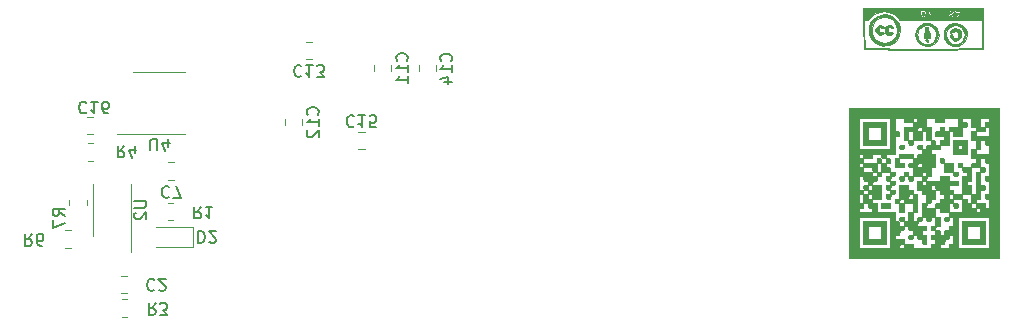
<source format=gbr>
G04 #@! TF.GenerationSoftware,KiCad,Pcbnew,5.1.9*
G04 #@! TF.CreationDate,2021-01-29T13:56:36+08:00*
G04 #@! TF.ProjectId,LaserSwitch-Slave,4c617365-7253-4776-9974-63682d536c61,rev?*
G04 #@! TF.SameCoordinates,Original*
G04 #@! TF.FileFunction,Legend,Bot*
G04 #@! TF.FilePolarity,Positive*
%FSLAX46Y46*%
G04 Gerber Fmt 4.6, Leading zero omitted, Abs format (unit mm)*
G04 Created by KiCad (PCBNEW 5.1.9) date 2021-01-29 13:56:36*
%MOMM*%
%LPD*%
G01*
G04 APERTURE LIST*
%ADD10C,0.120000*%
%ADD11C,0.010000*%
%ADD12C,0.150000*%
G04 APERTURE END LIST*
D10*
G04 #@! TO.C,U2*
X116703200Y-102641400D02*
X116703200Y-100441400D01*
X116703200Y-102641400D02*
X116703200Y-104841400D01*
X119923200Y-102641400D02*
X119923200Y-100441400D01*
X119923200Y-102641400D02*
X119923200Y-106241400D01*
G04 #@! TO.C,R7*
X114708000Y-101804736D02*
X114708000Y-102258864D01*
X116178000Y-101804736D02*
X116178000Y-102258864D01*
G04 #@! TO.C,R6*
X114831864Y-104370200D02*
X114377736Y-104370200D01*
X114831864Y-105840200D02*
X114377736Y-105840200D01*
G04 #@! TO.C,R4*
X116711464Y-97004200D02*
X116257336Y-97004200D01*
X116711464Y-98474200D02*
X116257336Y-98474200D01*
G04 #@! TO.C,R3*
X119581664Y-110212200D02*
X119127536Y-110212200D01*
X119581664Y-111682200D02*
X119127536Y-111682200D01*
G04 #@! TO.C,U4*
X122326400Y-91014400D02*
X124526400Y-91014400D01*
X122326400Y-91014400D02*
X120126400Y-91014400D01*
X122326400Y-96234400D02*
X124526400Y-96234400D01*
X122326400Y-96234400D02*
X118726400Y-96234400D01*
D11*
G04 #@! TO.C,G\u002A\u002A\u002A*
G36*
X193421000Y-94030800D02*
G01*
X180721000Y-94030800D01*
X180721000Y-97523300D01*
X181546500Y-97523300D01*
X181546500Y-94856300D01*
X184213500Y-94856300D01*
X184213500Y-97523300D01*
X181546500Y-97523300D01*
X180721000Y-97523300D01*
X180721000Y-102857300D01*
X181546500Y-102857300D01*
X181546500Y-102666800D01*
X181562234Y-102531869D01*
X181636454Y-102482137D01*
X181737000Y-102476300D01*
X181871931Y-102460566D01*
X181921663Y-102386346D01*
X181927500Y-102285800D01*
X181911765Y-102150869D01*
X181837545Y-102101137D01*
X181737000Y-102095300D01*
X181546500Y-102095300D01*
X181546500Y-101333300D01*
X181737000Y-101333300D01*
X181871931Y-101317566D01*
X181921663Y-101243346D01*
X181927500Y-101142800D01*
X181911765Y-101007869D01*
X181837545Y-100958137D01*
X181737000Y-100952300D01*
X181546500Y-100952300D01*
X181546500Y-99809300D01*
X181737000Y-99809300D01*
X181871931Y-99825035D01*
X181921663Y-99899255D01*
X181927500Y-99999800D01*
X181943234Y-100134732D01*
X182017454Y-100184464D01*
X182118000Y-100190300D01*
X182252931Y-100206035D01*
X182302663Y-100280255D01*
X182308500Y-100380800D01*
X182324234Y-100515732D01*
X182398454Y-100565464D01*
X182499000Y-100571300D01*
X182633931Y-100555566D01*
X182683663Y-100481346D01*
X182689500Y-100380800D01*
X182705234Y-100245869D01*
X182779454Y-100196137D01*
X182880000Y-100190300D01*
X183014931Y-100174566D01*
X183064663Y-100100346D01*
X183070500Y-99999800D01*
X183054765Y-99864869D01*
X182980545Y-99815137D01*
X182880000Y-99809300D01*
X182745068Y-99793566D01*
X182695336Y-99719346D01*
X182689500Y-99618800D01*
X182689500Y-99428300D01*
X181927500Y-99428300D01*
X181927500Y-99237800D01*
X181911765Y-99102869D01*
X181837545Y-99053137D01*
X181737000Y-99047300D01*
X181602068Y-99031566D01*
X181552336Y-98957346D01*
X181546500Y-98856800D01*
X181562234Y-98721869D01*
X181636454Y-98672137D01*
X181737000Y-98666300D01*
X181871931Y-98650566D01*
X181921663Y-98576346D01*
X181927500Y-98475800D01*
X181911765Y-98340869D01*
X181837545Y-98291137D01*
X181737000Y-98285300D01*
X181602068Y-98269566D01*
X181552336Y-98195346D01*
X181546500Y-98094800D01*
X181562234Y-97959869D01*
X181636454Y-97910137D01*
X181737000Y-97904300D01*
X181871931Y-97920035D01*
X181921663Y-97994255D01*
X181927500Y-98094800D01*
X181927500Y-98285300D01*
X182689500Y-98285300D01*
X182689500Y-97904300D01*
X183451500Y-97904300D01*
X183451500Y-98094800D01*
X183467234Y-98229732D01*
X183541454Y-98279464D01*
X183642000Y-98285300D01*
X183776931Y-98269566D01*
X183826663Y-98195346D01*
X183832500Y-98094800D01*
X183832500Y-97904300D01*
X184594500Y-97904300D01*
X184594500Y-96380300D01*
X184785000Y-96380300D01*
X184919931Y-96364566D01*
X184969663Y-96290346D01*
X184975500Y-96189800D01*
X184959765Y-96054869D01*
X184885545Y-96005137D01*
X184785000Y-95999300D01*
X184594500Y-95999300D01*
X184594500Y-94856300D01*
X185356500Y-94856300D01*
X185356500Y-95237300D01*
X186118500Y-95237300D01*
X186118500Y-95046800D01*
X186134234Y-94911869D01*
X186208454Y-94862137D01*
X186309000Y-94856300D01*
X186443931Y-94872035D01*
X186493663Y-94946255D01*
X186499500Y-95046800D01*
X186483765Y-95181732D01*
X186409545Y-95231464D01*
X186309000Y-95237300D01*
X186174068Y-95253035D01*
X186124336Y-95327255D01*
X186118500Y-95427800D01*
X186118500Y-95618300D01*
X185356500Y-95618300D01*
X185356500Y-96761300D01*
X185737500Y-96761300D01*
X185737500Y-95999300D01*
X186118500Y-95999300D01*
X186118500Y-96761300D01*
X186880500Y-96761300D01*
X186880500Y-95999300D01*
X186690000Y-95999300D01*
X186555068Y-95983566D01*
X186505336Y-95909346D01*
X186499500Y-95808800D01*
X186515234Y-95673869D01*
X186589454Y-95624137D01*
X186690000Y-95618300D01*
X186824931Y-95634035D01*
X186874663Y-95708255D01*
X186880500Y-95808800D01*
X186896234Y-95943732D01*
X186970454Y-95993464D01*
X187071000Y-95999300D01*
X187261500Y-95999300D01*
X187261500Y-96761300D01*
X187642500Y-96761300D01*
X187642500Y-95618300D01*
X187261500Y-95618300D01*
X187261500Y-94856300D01*
X188023500Y-94856300D01*
X188023500Y-95237300D01*
X188785500Y-95237300D01*
X188785500Y-94856300D01*
X189928500Y-94856300D01*
X189928500Y-95618300D01*
X189166500Y-95618300D01*
X189166500Y-95808800D01*
X189182234Y-95943732D01*
X189256454Y-95993464D01*
X189357000Y-95999300D01*
X189491931Y-96015035D01*
X189541663Y-96089255D01*
X189547500Y-96189800D01*
X189547500Y-96380300D01*
X190309500Y-96380300D01*
X190309500Y-95618300D01*
X190500000Y-95618300D01*
X190634931Y-95602566D01*
X190684663Y-95528346D01*
X190690500Y-95427800D01*
X190674765Y-95292869D01*
X190600545Y-95243137D01*
X190500000Y-95237300D01*
X190365068Y-95221566D01*
X190315336Y-95147346D01*
X190309500Y-95046800D01*
X190309500Y-94856300D01*
X191071500Y-94856300D01*
X191071500Y-95618300D01*
X191262000Y-95618300D01*
X191396931Y-95634035D01*
X191446663Y-95708255D01*
X191452500Y-95808800D01*
X191452500Y-95999300D01*
X192214500Y-95999300D01*
X192214500Y-95808800D01*
X192198765Y-95673869D01*
X192124545Y-95624137D01*
X192024000Y-95618300D01*
X191833500Y-95618300D01*
X191833500Y-94856300D01*
X192595500Y-94856300D01*
X192595500Y-95046800D01*
X192579765Y-95181732D01*
X192505545Y-95231464D01*
X192405000Y-95237300D01*
X192270068Y-95253035D01*
X192220336Y-95327255D01*
X192214500Y-95427800D01*
X192230234Y-95562732D01*
X192304454Y-95612464D01*
X192405000Y-95618300D01*
X192595500Y-95618300D01*
X192595500Y-96380300D01*
X191452500Y-96380300D01*
X191452500Y-96189800D01*
X191436765Y-96054869D01*
X191362545Y-96005137D01*
X191262000Y-95999300D01*
X191071500Y-95999300D01*
X191071500Y-96761300D01*
X191452500Y-96761300D01*
X191452500Y-97523300D01*
X191833500Y-97523300D01*
X191833500Y-96761300D01*
X192024000Y-96761300D01*
X192158931Y-96777035D01*
X192208663Y-96851255D01*
X192214500Y-96951800D01*
X192230234Y-97086732D01*
X192304454Y-97136464D01*
X192405000Y-97142300D01*
X192595500Y-97142300D01*
X192595500Y-97904300D01*
X191452500Y-97904300D01*
X191452500Y-97713800D01*
X191436765Y-97578869D01*
X191362545Y-97529137D01*
X191262000Y-97523300D01*
X191071500Y-97523300D01*
X191071500Y-98285300D01*
X191262000Y-98285300D01*
X191396931Y-98301035D01*
X191446663Y-98375255D01*
X191452500Y-98475800D01*
X191436765Y-98610732D01*
X191362545Y-98660464D01*
X191262000Y-98666300D01*
X191127068Y-98682035D01*
X191077336Y-98756255D01*
X191071500Y-98856800D01*
X191071500Y-99047300D01*
X191833500Y-99047300D01*
X191833500Y-98285300D01*
X192024000Y-98285300D01*
X192158931Y-98301035D01*
X192208663Y-98375255D01*
X192214500Y-98475800D01*
X192230234Y-98610732D01*
X192304454Y-98660464D01*
X192405000Y-98666300D01*
X192595500Y-98666300D01*
X192595500Y-99809300D01*
X192405000Y-99809300D01*
X192270068Y-99825035D01*
X192220336Y-99899255D01*
X192214500Y-99999800D01*
X192230234Y-100134732D01*
X192304454Y-100184464D01*
X192405000Y-100190300D01*
X192595500Y-100190300D01*
X192595500Y-101333300D01*
X192405000Y-101333300D01*
X192270068Y-101349035D01*
X192220336Y-101423255D01*
X192214500Y-101523800D01*
X192230234Y-101658732D01*
X192304454Y-101708464D01*
X192405000Y-101714300D01*
X192595500Y-101714300D01*
X192595500Y-102476300D01*
X192405000Y-102476300D01*
X192270068Y-102460566D01*
X192220336Y-102386346D01*
X192214500Y-102285800D01*
X192214500Y-102095300D01*
X191452500Y-102095300D01*
X191452500Y-102285800D01*
X191468234Y-102420732D01*
X191542454Y-102470464D01*
X191643000Y-102476300D01*
X191777931Y-102492035D01*
X191827663Y-102566255D01*
X191833500Y-102666800D01*
X191817765Y-102801732D01*
X191743545Y-102851464D01*
X191643000Y-102857300D01*
X191508068Y-102841566D01*
X191458336Y-102767346D01*
X191452500Y-102666800D01*
X191436765Y-102531869D01*
X191362545Y-102482137D01*
X191262000Y-102476300D01*
X191127068Y-102460566D01*
X191077336Y-102386346D01*
X191071500Y-102285800D01*
X191055765Y-102150869D01*
X190981545Y-102101137D01*
X190881000Y-102095300D01*
X190746068Y-102079566D01*
X190696336Y-102005346D01*
X190690500Y-101904800D01*
X190674765Y-101769869D01*
X190600545Y-101720137D01*
X190500000Y-101714300D01*
X190309500Y-101714300D01*
X190309500Y-102857300D01*
X189166500Y-102857300D01*
X189166500Y-103047800D01*
X189182234Y-103182732D01*
X189256454Y-103232464D01*
X189357000Y-103238300D01*
X189547500Y-103238300D01*
X189547500Y-104000300D01*
X189357000Y-104000300D01*
X189222068Y-104016035D01*
X189172336Y-104090255D01*
X189166500Y-104190800D01*
X189150765Y-104325732D01*
X189076545Y-104375464D01*
X188976000Y-104381300D01*
X188841068Y-104397035D01*
X188791336Y-104471255D01*
X188785500Y-104571800D01*
X188769765Y-104706732D01*
X188695545Y-104756464D01*
X188595000Y-104762300D01*
X188460068Y-104746566D01*
X188410336Y-104672346D01*
X188404500Y-104571800D01*
X188388765Y-104436869D01*
X188314545Y-104387137D01*
X188214000Y-104381300D01*
X188079068Y-104397035D01*
X188029336Y-104471255D01*
X188023500Y-104571800D01*
X188007765Y-104706732D01*
X187933545Y-104756464D01*
X187833000Y-104762300D01*
X187698068Y-104778035D01*
X187648336Y-104852255D01*
X187642500Y-104952800D01*
X187658234Y-105087732D01*
X187732454Y-105137464D01*
X187833000Y-105143300D01*
X187967931Y-105159035D01*
X188017663Y-105233255D01*
X188023500Y-105333800D01*
X188007765Y-105468732D01*
X187933545Y-105518464D01*
X187833000Y-105524300D01*
X187698068Y-105540035D01*
X187648336Y-105614255D01*
X187642500Y-105714800D01*
X187642500Y-105905300D01*
X188404500Y-105905300D01*
X188404500Y-105714800D01*
X188420234Y-105579869D01*
X188494454Y-105530137D01*
X188595000Y-105524300D01*
X188729931Y-105508566D01*
X188779663Y-105434346D01*
X188785500Y-105333800D01*
X188801234Y-105198869D01*
X188875454Y-105149137D01*
X188976000Y-105143300D01*
X189110931Y-105127566D01*
X189160663Y-105053346D01*
X189166500Y-104952800D01*
X189182234Y-104817869D01*
X189256454Y-104768137D01*
X189357000Y-104762300D01*
X189547500Y-104762300D01*
X189547500Y-105524300D01*
X189357000Y-105524300D01*
X189222068Y-105540035D01*
X189172336Y-105614255D01*
X189166500Y-105714800D01*
X189166500Y-105905300D01*
X189928500Y-105905300D01*
X189928500Y-103238300D01*
X192595500Y-103238300D01*
X192595500Y-105905300D01*
X189928500Y-105905300D01*
X189166500Y-105905300D01*
X188404500Y-105905300D01*
X187642500Y-105905300D01*
X186118500Y-105905300D01*
X186118500Y-105524300D01*
X185356500Y-105524300D01*
X185356500Y-105714800D01*
X185340765Y-105849732D01*
X185266545Y-105899464D01*
X185166000Y-105905300D01*
X185031068Y-105889566D01*
X184981336Y-105815346D01*
X184975500Y-105714800D01*
X184991234Y-105579869D01*
X185065454Y-105530137D01*
X185166000Y-105524300D01*
X185300931Y-105508566D01*
X185350663Y-105434346D01*
X185356500Y-105333800D01*
X185356500Y-105143300D01*
X184594500Y-105143300D01*
X184594500Y-104952800D01*
X184610234Y-104817869D01*
X184684454Y-104768137D01*
X184785000Y-104762300D01*
X184919931Y-104746566D01*
X184969663Y-104672346D01*
X184975500Y-104571800D01*
X184991234Y-104436869D01*
X185065454Y-104387137D01*
X185166000Y-104381300D01*
X185300931Y-104365566D01*
X185350663Y-104291346D01*
X185356500Y-104190800D01*
X185340765Y-104055869D01*
X185266545Y-104006137D01*
X185166000Y-104000300D01*
X185031068Y-103984566D01*
X184981336Y-103910346D01*
X184975500Y-103809800D01*
X184959765Y-103674869D01*
X184885545Y-103625137D01*
X184785000Y-103619300D01*
X184594500Y-103619300D01*
X184594500Y-102857300D01*
X183070500Y-102857300D01*
X183070500Y-102095300D01*
X182880000Y-102095300D01*
X182745068Y-102079566D01*
X182695336Y-102005346D01*
X182689500Y-101904800D01*
X182673765Y-101769869D01*
X182599545Y-101720137D01*
X182499000Y-101714300D01*
X182364068Y-101698566D01*
X182314336Y-101624346D01*
X182308500Y-101523800D01*
X182292765Y-101388869D01*
X182218545Y-101339137D01*
X182118000Y-101333300D01*
X181927500Y-101333300D01*
X181927500Y-102095300D01*
X182118000Y-102095300D01*
X182252931Y-102111035D01*
X182302663Y-102185255D01*
X182308500Y-102285800D01*
X182324234Y-102420732D01*
X182398454Y-102470464D01*
X182499000Y-102476300D01*
X182633931Y-102492035D01*
X182683663Y-102566255D01*
X182689500Y-102666800D01*
X182689500Y-102857300D01*
X181546500Y-102857300D01*
X180721000Y-102857300D01*
X180721000Y-105905300D01*
X181546500Y-105905300D01*
X181546500Y-103238300D01*
X184213500Y-103238300D01*
X184213500Y-105905300D01*
X181546500Y-105905300D01*
X180721000Y-105905300D01*
X180721000Y-106730800D01*
X193421000Y-106730800D01*
X193421000Y-94030800D01*
G37*
X193421000Y-94030800D02*
X180721000Y-94030800D01*
X180721000Y-97523300D01*
X181546500Y-97523300D01*
X181546500Y-94856300D01*
X184213500Y-94856300D01*
X184213500Y-97523300D01*
X181546500Y-97523300D01*
X180721000Y-97523300D01*
X180721000Y-102857300D01*
X181546500Y-102857300D01*
X181546500Y-102666800D01*
X181562234Y-102531869D01*
X181636454Y-102482137D01*
X181737000Y-102476300D01*
X181871931Y-102460566D01*
X181921663Y-102386346D01*
X181927500Y-102285800D01*
X181911765Y-102150869D01*
X181837545Y-102101137D01*
X181737000Y-102095300D01*
X181546500Y-102095300D01*
X181546500Y-101333300D01*
X181737000Y-101333300D01*
X181871931Y-101317566D01*
X181921663Y-101243346D01*
X181927500Y-101142800D01*
X181911765Y-101007869D01*
X181837545Y-100958137D01*
X181737000Y-100952300D01*
X181546500Y-100952300D01*
X181546500Y-99809300D01*
X181737000Y-99809300D01*
X181871931Y-99825035D01*
X181921663Y-99899255D01*
X181927500Y-99999800D01*
X181943234Y-100134732D01*
X182017454Y-100184464D01*
X182118000Y-100190300D01*
X182252931Y-100206035D01*
X182302663Y-100280255D01*
X182308500Y-100380800D01*
X182324234Y-100515732D01*
X182398454Y-100565464D01*
X182499000Y-100571300D01*
X182633931Y-100555566D01*
X182683663Y-100481346D01*
X182689500Y-100380800D01*
X182705234Y-100245869D01*
X182779454Y-100196137D01*
X182880000Y-100190300D01*
X183014931Y-100174566D01*
X183064663Y-100100346D01*
X183070500Y-99999800D01*
X183054765Y-99864869D01*
X182980545Y-99815137D01*
X182880000Y-99809300D01*
X182745068Y-99793566D01*
X182695336Y-99719346D01*
X182689500Y-99618800D01*
X182689500Y-99428300D01*
X181927500Y-99428300D01*
X181927500Y-99237800D01*
X181911765Y-99102869D01*
X181837545Y-99053137D01*
X181737000Y-99047300D01*
X181602068Y-99031566D01*
X181552336Y-98957346D01*
X181546500Y-98856800D01*
X181562234Y-98721869D01*
X181636454Y-98672137D01*
X181737000Y-98666300D01*
X181871931Y-98650566D01*
X181921663Y-98576346D01*
X181927500Y-98475800D01*
X181911765Y-98340869D01*
X181837545Y-98291137D01*
X181737000Y-98285300D01*
X181602068Y-98269566D01*
X181552336Y-98195346D01*
X181546500Y-98094800D01*
X181562234Y-97959869D01*
X181636454Y-97910137D01*
X181737000Y-97904300D01*
X181871931Y-97920035D01*
X181921663Y-97994255D01*
X181927500Y-98094800D01*
X181927500Y-98285300D01*
X182689500Y-98285300D01*
X182689500Y-97904300D01*
X183451500Y-97904300D01*
X183451500Y-98094800D01*
X183467234Y-98229732D01*
X183541454Y-98279464D01*
X183642000Y-98285300D01*
X183776931Y-98269566D01*
X183826663Y-98195346D01*
X183832500Y-98094800D01*
X183832500Y-97904300D01*
X184594500Y-97904300D01*
X184594500Y-96380300D01*
X184785000Y-96380300D01*
X184919931Y-96364566D01*
X184969663Y-96290346D01*
X184975500Y-96189800D01*
X184959765Y-96054869D01*
X184885545Y-96005137D01*
X184785000Y-95999300D01*
X184594500Y-95999300D01*
X184594500Y-94856300D01*
X185356500Y-94856300D01*
X185356500Y-95237300D01*
X186118500Y-95237300D01*
X186118500Y-95046800D01*
X186134234Y-94911869D01*
X186208454Y-94862137D01*
X186309000Y-94856300D01*
X186443931Y-94872035D01*
X186493663Y-94946255D01*
X186499500Y-95046800D01*
X186483765Y-95181732D01*
X186409545Y-95231464D01*
X186309000Y-95237300D01*
X186174068Y-95253035D01*
X186124336Y-95327255D01*
X186118500Y-95427800D01*
X186118500Y-95618300D01*
X185356500Y-95618300D01*
X185356500Y-96761300D01*
X185737500Y-96761300D01*
X185737500Y-95999300D01*
X186118500Y-95999300D01*
X186118500Y-96761300D01*
X186880500Y-96761300D01*
X186880500Y-95999300D01*
X186690000Y-95999300D01*
X186555068Y-95983566D01*
X186505336Y-95909346D01*
X186499500Y-95808800D01*
X186515234Y-95673869D01*
X186589454Y-95624137D01*
X186690000Y-95618300D01*
X186824931Y-95634035D01*
X186874663Y-95708255D01*
X186880500Y-95808800D01*
X186896234Y-95943732D01*
X186970454Y-95993464D01*
X187071000Y-95999300D01*
X187261500Y-95999300D01*
X187261500Y-96761300D01*
X187642500Y-96761300D01*
X187642500Y-95618300D01*
X187261500Y-95618300D01*
X187261500Y-94856300D01*
X188023500Y-94856300D01*
X188023500Y-95237300D01*
X188785500Y-95237300D01*
X188785500Y-94856300D01*
X189928500Y-94856300D01*
X189928500Y-95618300D01*
X189166500Y-95618300D01*
X189166500Y-95808800D01*
X189182234Y-95943732D01*
X189256454Y-95993464D01*
X189357000Y-95999300D01*
X189491931Y-96015035D01*
X189541663Y-96089255D01*
X189547500Y-96189800D01*
X189547500Y-96380300D01*
X190309500Y-96380300D01*
X190309500Y-95618300D01*
X190500000Y-95618300D01*
X190634931Y-95602566D01*
X190684663Y-95528346D01*
X190690500Y-95427800D01*
X190674765Y-95292869D01*
X190600545Y-95243137D01*
X190500000Y-95237300D01*
X190365068Y-95221566D01*
X190315336Y-95147346D01*
X190309500Y-95046800D01*
X190309500Y-94856300D01*
X191071500Y-94856300D01*
X191071500Y-95618300D01*
X191262000Y-95618300D01*
X191396931Y-95634035D01*
X191446663Y-95708255D01*
X191452500Y-95808800D01*
X191452500Y-95999300D01*
X192214500Y-95999300D01*
X192214500Y-95808800D01*
X192198765Y-95673869D01*
X192124545Y-95624137D01*
X192024000Y-95618300D01*
X191833500Y-95618300D01*
X191833500Y-94856300D01*
X192595500Y-94856300D01*
X192595500Y-95046800D01*
X192579765Y-95181732D01*
X192505545Y-95231464D01*
X192405000Y-95237300D01*
X192270068Y-95253035D01*
X192220336Y-95327255D01*
X192214500Y-95427800D01*
X192230234Y-95562732D01*
X192304454Y-95612464D01*
X192405000Y-95618300D01*
X192595500Y-95618300D01*
X192595500Y-96380300D01*
X191452500Y-96380300D01*
X191452500Y-96189800D01*
X191436765Y-96054869D01*
X191362545Y-96005137D01*
X191262000Y-95999300D01*
X191071500Y-95999300D01*
X191071500Y-96761300D01*
X191452500Y-96761300D01*
X191452500Y-97523300D01*
X191833500Y-97523300D01*
X191833500Y-96761300D01*
X192024000Y-96761300D01*
X192158931Y-96777035D01*
X192208663Y-96851255D01*
X192214500Y-96951800D01*
X192230234Y-97086732D01*
X192304454Y-97136464D01*
X192405000Y-97142300D01*
X192595500Y-97142300D01*
X192595500Y-97904300D01*
X191452500Y-97904300D01*
X191452500Y-97713800D01*
X191436765Y-97578869D01*
X191362545Y-97529137D01*
X191262000Y-97523300D01*
X191071500Y-97523300D01*
X191071500Y-98285300D01*
X191262000Y-98285300D01*
X191396931Y-98301035D01*
X191446663Y-98375255D01*
X191452500Y-98475800D01*
X191436765Y-98610732D01*
X191362545Y-98660464D01*
X191262000Y-98666300D01*
X191127068Y-98682035D01*
X191077336Y-98756255D01*
X191071500Y-98856800D01*
X191071500Y-99047300D01*
X191833500Y-99047300D01*
X191833500Y-98285300D01*
X192024000Y-98285300D01*
X192158931Y-98301035D01*
X192208663Y-98375255D01*
X192214500Y-98475800D01*
X192230234Y-98610732D01*
X192304454Y-98660464D01*
X192405000Y-98666300D01*
X192595500Y-98666300D01*
X192595500Y-99809300D01*
X192405000Y-99809300D01*
X192270068Y-99825035D01*
X192220336Y-99899255D01*
X192214500Y-99999800D01*
X192230234Y-100134732D01*
X192304454Y-100184464D01*
X192405000Y-100190300D01*
X192595500Y-100190300D01*
X192595500Y-101333300D01*
X192405000Y-101333300D01*
X192270068Y-101349035D01*
X192220336Y-101423255D01*
X192214500Y-101523800D01*
X192230234Y-101658732D01*
X192304454Y-101708464D01*
X192405000Y-101714300D01*
X192595500Y-101714300D01*
X192595500Y-102476300D01*
X192405000Y-102476300D01*
X192270068Y-102460566D01*
X192220336Y-102386346D01*
X192214500Y-102285800D01*
X192214500Y-102095300D01*
X191452500Y-102095300D01*
X191452500Y-102285800D01*
X191468234Y-102420732D01*
X191542454Y-102470464D01*
X191643000Y-102476300D01*
X191777931Y-102492035D01*
X191827663Y-102566255D01*
X191833500Y-102666800D01*
X191817765Y-102801732D01*
X191743545Y-102851464D01*
X191643000Y-102857300D01*
X191508068Y-102841566D01*
X191458336Y-102767346D01*
X191452500Y-102666800D01*
X191436765Y-102531869D01*
X191362545Y-102482137D01*
X191262000Y-102476300D01*
X191127068Y-102460566D01*
X191077336Y-102386346D01*
X191071500Y-102285800D01*
X191055765Y-102150869D01*
X190981545Y-102101137D01*
X190881000Y-102095300D01*
X190746068Y-102079566D01*
X190696336Y-102005346D01*
X190690500Y-101904800D01*
X190674765Y-101769869D01*
X190600545Y-101720137D01*
X190500000Y-101714300D01*
X190309500Y-101714300D01*
X190309500Y-102857300D01*
X189166500Y-102857300D01*
X189166500Y-103047800D01*
X189182234Y-103182732D01*
X189256454Y-103232464D01*
X189357000Y-103238300D01*
X189547500Y-103238300D01*
X189547500Y-104000300D01*
X189357000Y-104000300D01*
X189222068Y-104016035D01*
X189172336Y-104090255D01*
X189166500Y-104190800D01*
X189150765Y-104325732D01*
X189076545Y-104375464D01*
X188976000Y-104381300D01*
X188841068Y-104397035D01*
X188791336Y-104471255D01*
X188785500Y-104571800D01*
X188769765Y-104706732D01*
X188695545Y-104756464D01*
X188595000Y-104762300D01*
X188460068Y-104746566D01*
X188410336Y-104672346D01*
X188404500Y-104571800D01*
X188388765Y-104436869D01*
X188314545Y-104387137D01*
X188214000Y-104381300D01*
X188079068Y-104397035D01*
X188029336Y-104471255D01*
X188023500Y-104571800D01*
X188007765Y-104706732D01*
X187933545Y-104756464D01*
X187833000Y-104762300D01*
X187698068Y-104778035D01*
X187648336Y-104852255D01*
X187642500Y-104952800D01*
X187658234Y-105087732D01*
X187732454Y-105137464D01*
X187833000Y-105143300D01*
X187967931Y-105159035D01*
X188017663Y-105233255D01*
X188023500Y-105333800D01*
X188007765Y-105468732D01*
X187933545Y-105518464D01*
X187833000Y-105524300D01*
X187698068Y-105540035D01*
X187648336Y-105614255D01*
X187642500Y-105714800D01*
X187642500Y-105905300D01*
X188404500Y-105905300D01*
X188404500Y-105714800D01*
X188420234Y-105579869D01*
X188494454Y-105530137D01*
X188595000Y-105524300D01*
X188729931Y-105508566D01*
X188779663Y-105434346D01*
X188785500Y-105333800D01*
X188801234Y-105198869D01*
X188875454Y-105149137D01*
X188976000Y-105143300D01*
X189110931Y-105127566D01*
X189160663Y-105053346D01*
X189166500Y-104952800D01*
X189182234Y-104817869D01*
X189256454Y-104768137D01*
X189357000Y-104762300D01*
X189547500Y-104762300D01*
X189547500Y-105524300D01*
X189357000Y-105524300D01*
X189222068Y-105540035D01*
X189172336Y-105614255D01*
X189166500Y-105714800D01*
X189166500Y-105905300D01*
X189928500Y-105905300D01*
X189928500Y-103238300D01*
X192595500Y-103238300D01*
X192595500Y-105905300D01*
X189928500Y-105905300D01*
X189166500Y-105905300D01*
X188404500Y-105905300D01*
X187642500Y-105905300D01*
X186118500Y-105905300D01*
X186118500Y-105524300D01*
X185356500Y-105524300D01*
X185356500Y-105714800D01*
X185340765Y-105849732D01*
X185266545Y-105899464D01*
X185166000Y-105905300D01*
X185031068Y-105889566D01*
X184981336Y-105815346D01*
X184975500Y-105714800D01*
X184991234Y-105579869D01*
X185065454Y-105530137D01*
X185166000Y-105524300D01*
X185300931Y-105508566D01*
X185350663Y-105434346D01*
X185356500Y-105333800D01*
X185356500Y-105143300D01*
X184594500Y-105143300D01*
X184594500Y-104952800D01*
X184610234Y-104817869D01*
X184684454Y-104768137D01*
X184785000Y-104762300D01*
X184919931Y-104746566D01*
X184969663Y-104672346D01*
X184975500Y-104571800D01*
X184991234Y-104436869D01*
X185065454Y-104387137D01*
X185166000Y-104381300D01*
X185300931Y-104365566D01*
X185350663Y-104291346D01*
X185356500Y-104190800D01*
X185340765Y-104055869D01*
X185266545Y-104006137D01*
X185166000Y-104000300D01*
X185031068Y-103984566D01*
X184981336Y-103910346D01*
X184975500Y-103809800D01*
X184959765Y-103674869D01*
X184885545Y-103625137D01*
X184785000Y-103619300D01*
X184594500Y-103619300D01*
X184594500Y-102857300D01*
X183070500Y-102857300D01*
X183070500Y-102095300D01*
X182880000Y-102095300D01*
X182745068Y-102079566D01*
X182695336Y-102005346D01*
X182689500Y-101904800D01*
X182673765Y-101769869D01*
X182599545Y-101720137D01*
X182499000Y-101714300D01*
X182364068Y-101698566D01*
X182314336Y-101624346D01*
X182308500Y-101523800D01*
X182292765Y-101388869D01*
X182218545Y-101339137D01*
X182118000Y-101333300D01*
X181927500Y-101333300D01*
X181927500Y-102095300D01*
X182118000Y-102095300D01*
X182252931Y-102111035D01*
X182302663Y-102185255D01*
X182308500Y-102285800D01*
X182324234Y-102420732D01*
X182398454Y-102470464D01*
X182499000Y-102476300D01*
X182633931Y-102492035D01*
X182683663Y-102566255D01*
X182689500Y-102666800D01*
X182689500Y-102857300D01*
X181546500Y-102857300D01*
X180721000Y-102857300D01*
X180721000Y-105905300D01*
X181546500Y-105905300D01*
X181546500Y-103238300D01*
X184213500Y-103238300D01*
X184213500Y-105905300D01*
X181546500Y-105905300D01*
X180721000Y-105905300D01*
X180721000Y-106730800D01*
X193421000Y-106730800D01*
X193421000Y-94030800D01*
G36*
X183832500Y-95237300D02*
G01*
X181927500Y-95237300D01*
X181927500Y-96761300D01*
X182308500Y-96761300D01*
X182308500Y-95618300D01*
X183451500Y-95618300D01*
X183451500Y-96761300D01*
X182308500Y-96761300D01*
X181927500Y-96761300D01*
X181927500Y-97142300D01*
X183832500Y-97142300D01*
X183832500Y-95237300D01*
G37*
X183832500Y-95237300D02*
X181927500Y-95237300D01*
X181927500Y-96761300D01*
X182308500Y-96761300D01*
X182308500Y-95618300D01*
X183451500Y-95618300D01*
X183451500Y-96761300D01*
X182308500Y-96761300D01*
X181927500Y-96761300D01*
X181927500Y-97142300D01*
X183832500Y-97142300D01*
X183832500Y-95237300D01*
G36*
X187261500Y-104762300D02*
G01*
X187071000Y-104762300D01*
X186936068Y-104746566D01*
X186886336Y-104672346D01*
X186880500Y-104571800D01*
X186896234Y-104436869D01*
X186970454Y-104387137D01*
X187071000Y-104381300D01*
X187205931Y-104365566D01*
X187255663Y-104291346D01*
X187261500Y-104190800D01*
X187261500Y-104000300D01*
X186499500Y-104000300D01*
X186499500Y-103809800D01*
X186515234Y-103674869D01*
X186589454Y-103625137D01*
X186690000Y-103619300D01*
X186824931Y-103603566D01*
X186874663Y-103529346D01*
X186880500Y-103428800D01*
X186896234Y-103293869D01*
X186970454Y-103244137D01*
X187071000Y-103238300D01*
X187205931Y-103254035D01*
X187255663Y-103328255D01*
X187261500Y-103428800D01*
X187277234Y-103563732D01*
X187351454Y-103613464D01*
X187452000Y-103619300D01*
X187586931Y-103603566D01*
X187636663Y-103529346D01*
X187642500Y-103428800D01*
X187658234Y-103293869D01*
X187732454Y-103244137D01*
X187833000Y-103238300D01*
X188023500Y-103238300D01*
X188023500Y-102476300D01*
X188214000Y-102476300D01*
X188348931Y-102492035D01*
X188398663Y-102566255D01*
X188404500Y-102666800D01*
X188404500Y-102857300D01*
X189166500Y-102857300D01*
X189166500Y-102095300D01*
X189357000Y-102095300D01*
X189491931Y-102111035D01*
X189541663Y-102185255D01*
X189547500Y-102285800D01*
X189563234Y-102420732D01*
X189637454Y-102470464D01*
X189738000Y-102476300D01*
X189872931Y-102460566D01*
X189922663Y-102386346D01*
X189928500Y-102285800D01*
X189912765Y-102150869D01*
X189838545Y-102101137D01*
X189738000Y-102095300D01*
X189603068Y-102079566D01*
X189553336Y-102005346D01*
X189547500Y-101904800D01*
X189547500Y-101714300D01*
X190309500Y-101714300D01*
X190309500Y-101333300D01*
X189547500Y-101333300D01*
X189547500Y-101142800D01*
X189531765Y-101007869D01*
X189457545Y-100958137D01*
X189357000Y-100952300D01*
X189222068Y-100936566D01*
X189172336Y-100862346D01*
X189166500Y-100761800D01*
X189166500Y-100571300D01*
X189928500Y-100571300D01*
X189928500Y-100190300D01*
X189166500Y-100190300D01*
X189166500Y-99809300D01*
X188404500Y-99809300D01*
X188404500Y-100190300D01*
X187261500Y-100190300D01*
X187261500Y-99999800D01*
X187277234Y-99864869D01*
X187351454Y-99815137D01*
X187452000Y-99809300D01*
X187642500Y-99809300D01*
X187642500Y-99047300D01*
X188023500Y-99047300D01*
X188023500Y-97904300D01*
X187833000Y-97904300D01*
X187698068Y-97888566D01*
X187648336Y-97814346D01*
X187642500Y-97713800D01*
X187642500Y-97523300D01*
X188404500Y-97523300D01*
X188404500Y-97142300D01*
X189166500Y-97142300D01*
X189166500Y-95999300D01*
X188976000Y-95999300D01*
X188841068Y-95983566D01*
X188791336Y-95909346D01*
X188785500Y-95808800D01*
X188769765Y-95673869D01*
X188695545Y-95624137D01*
X188595000Y-95618300D01*
X188460068Y-95634035D01*
X188410336Y-95708255D01*
X188404500Y-95808800D01*
X188388765Y-95943732D01*
X188314545Y-95993464D01*
X188214000Y-95999300D01*
X188079068Y-96015035D01*
X188029336Y-96089255D01*
X188023500Y-96189800D01*
X188023500Y-96380300D01*
X188785500Y-96380300D01*
X188785500Y-96570800D01*
X188769765Y-96705732D01*
X188695545Y-96755464D01*
X188595000Y-96761300D01*
X188460068Y-96777035D01*
X188410336Y-96851255D01*
X188404500Y-96951800D01*
X188388765Y-97086732D01*
X188314545Y-97136464D01*
X188214000Y-97142300D01*
X188079068Y-97126566D01*
X188029336Y-97052346D01*
X188023500Y-96951800D01*
X188007765Y-96816869D01*
X187933545Y-96767137D01*
X187833000Y-96761300D01*
X187698068Y-96777035D01*
X187648336Y-96851255D01*
X187642500Y-96951800D01*
X187626765Y-97086732D01*
X187552545Y-97136464D01*
X187452000Y-97142300D01*
X187317068Y-97158035D01*
X187267336Y-97232255D01*
X187261500Y-97332800D01*
X187245765Y-97467732D01*
X187171545Y-97517464D01*
X187071000Y-97523300D01*
X186936068Y-97507566D01*
X186886336Y-97433346D01*
X186880500Y-97332800D01*
X186864765Y-97197869D01*
X186790545Y-97148137D01*
X186690000Y-97142300D01*
X186555068Y-97158035D01*
X186505336Y-97232255D01*
X186499500Y-97332800D01*
X186515234Y-97467732D01*
X186589454Y-97517464D01*
X186690000Y-97523300D01*
X186824931Y-97539035D01*
X186874663Y-97613255D01*
X186880500Y-97713800D01*
X186864765Y-97848732D01*
X186790545Y-97898464D01*
X186690000Y-97904300D01*
X186555068Y-97920035D01*
X186505336Y-97994255D01*
X186499500Y-98094800D01*
X186483765Y-98229732D01*
X186409545Y-98279464D01*
X186309000Y-98285300D01*
X186174068Y-98269566D01*
X186124336Y-98195346D01*
X186118500Y-98094800D01*
X186118500Y-97904300D01*
X184975500Y-97904300D01*
X184975500Y-98094800D01*
X184959765Y-98229732D01*
X184885545Y-98279464D01*
X184785000Y-98285300D01*
X184594500Y-98285300D01*
X184594500Y-99047300D01*
X185356500Y-99047300D01*
X185356500Y-98856800D01*
X185340765Y-98721869D01*
X185266545Y-98672137D01*
X185166000Y-98666300D01*
X185031068Y-98650566D01*
X184981336Y-98576346D01*
X184975500Y-98475800D01*
X184975500Y-98285300D01*
X186118500Y-98285300D01*
X186118500Y-98475800D01*
X186102765Y-98610732D01*
X186028545Y-98660464D01*
X185928000Y-98666300D01*
X185793068Y-98682035D01*
X185743336Y-98756255D01*
X185737500Y-98856800D01*
X186499500Y-98856800D01*
X186515234Y-98721869D01*
X186589454Y-98672137D01*
X186690000Y-98666300D01*
X186824931Y-98682035D01*
X186874663Y-98756255D01*
X186880500Y-98856800D01*
X186864765Y-98991732D01*
X186790545Y-99041464D01*
X186690000Y-99047300D01*
X186555068Y-99031566D01*
X186505336Y-98957346D01*
X186499500Y-98856800D01*
X185737500Y-98856800D01*
X185753234Y-98991732D01*
X185827454Y-99041464D01*
X185928000Y-99047300D01*
X186118500Y-99047300D01*
X186118500Y-99618800D01*
X186880500Y-99618800D01*
X186896234Y-99483869D01*
X186970454Y-99434137D01*
X187071000Y-99428300D01*
X187205931Y-99444035D01*
X187255663Y-99518255D01*
X187261500Y-99618800D01*
X187245765Y-99753732D01*
X187171545Y-99803464D01*
X187071000Y-99809300D01*
X186936068Y-99793566D01*
X186886336Y-99719346D01*
X186880500Y-99618800D01*
X186118500Y-99618800D01*
X186118500Y-99809300D01*
X186880500Y-99809300D01*
X186880500Y-99999800D01*
X186864765Y-100134732D01*
X186790545Y-100184464D01*
X186690000Y-100190300D01*
X186499500Y-100190300D01*
X186499500Y-100380800D01*
X186880500Y-100380800D01*
X186896234Y-100245869D01*
X186970454Y-100196137D01*
X187071000Y-100190300D01*
X187205931Y-100206035D01*
X187255663Y-100280255D01*
X187261500Y-100380800D01*
X187245765Y-100515732D01*
X187171545Y-100565464D01*
X187071000Y-100571300D01*
X186936068Y-100555566D01*
X186886336Y-100481346D01*
X186880500Y-100380800D01*
X186499500Y-100380800D01*
X186499500Y-100952300D01*
X186690000Y-100952300D01*
X186824931Y-100968035D01*
X186874663Y-101042255D01*
X186880500Y-101142800D01*
X186896234Y-101277732D01*
X186970454Y-101327464D01*
X187071000Y-101333300D01*
X187261500Y-101333300D01*
X187261500Y-102095300D01*
X186880500Y-102095300D01*
X186880500Y-102476300D01*
X187261500Y-102476300D01*
X187261500Y-102285800D01*
X187277234Y-102150869D01*
X187351454Y-102101137D01*
X187452000Y-102095300D01*
X187586931Y-102079566D01*
X187636663Y-102005346D01*
X187642500Y-101904800D01*
X187658234Y-101769869D01*
X187732454Y-101720137D01*
X187833000Y-101714300D01*
X188023500Y-101714300D01*
X188023500Y-100952300D01*
X187833000Y-100952300D01*
X187698068Y-100936566D01*
X187648336Y-100862346D01*
X187642500Y-100761800D01*
X187658234Y-100626869D01*
X187732454Y-100577137D01*
X187833000Y-100571300D01*
X187967931Y-100587035D01*
X188017663Y-100661255D01*
X188023500Y-100761800D01*
X188039234Y-100896732D01*
X188113454Y-100946464D01*
X188214000Y-100952300D01*
X188348931Y-100968035D01*
X188398663Y-101042255D01*
X188404500Y-101142800D01*
X188420234Y-101277732D01*
X188494454Y-101327464D01*
X188595000Y-101333300D01*
X188729931Y-101349035D01*
X188779663Y-101423255D01*
X188785500Y-101523800D01*
X189166500Y-101523800D01*
X189182234Y-101388869D01*
X189256454Y-101339137D01*
X189357000Y-101333300D01*
X189491931Y-101349035D01*
X189541663Y-101423255D01*
X189547500Y-101523800D01*
X189531765Y-101658732D01*
X189457545Y-101708464D01*
X189357000Y-101714300D01*
X189222068Y-101698566D01*
X189172336Y-101624346D01*
X189166500Y-101523800D01*
X188785500Y-101523800D01*
X188769765Y-101658732D01*
X188695545Y-101708464D01*
X188595000Y-101714300D01*
X188460068Y-101730035D01*
X188410336Y-101804255D01*
X188404500Y-101904800D01*
X188388765Y-102039732D01*
X188314545Y-102089464D01*
X188214000Y-102095300D01*
X188079068Y-102111035D01*
X188029336Y-102185255D01*
X188023500Y-102285800D01*
X188023500Y-102476300D01*
X187261500Y-102476300D01*
X186880500Y-102476300D01*
X186880500Y-103238300D01*
X186690000Y-103238300D01*
X186555068Y-103254035D01*
X186505336Y-103328255D01*
X186499500Y-103428800D01*
X186483765Y-103563732D01*
X186409545Y-103613464D01*
X186309000Y-103619300D01*
X186118500Y-103619300D01*
X186118500Y-102857300D01*
X185737500Y-102857300D01*
X185737500Y-103619300D01*
X185547000Y-103619300D01*
X185412068Y-103603566D01*
X185362336Y-103529346D01*
X185356500Y-103428800D01*
X185340765Y-103293869D01*
X185266545Y-103244137D01*
X185166000Y-103238300D01*
X185031068Y-103254035D01*
X184981336Y-103328255D01*
X184975500Y-103428800D01*
X184991234Y-103563732D01*
X185065454Y-103613464D01*
X185166000Y-103619300D01*
X185300931Y-103635035D01*
X185350663Y-103709255D01*
X185356500Y-103809800D01*
X185372234Y-103944732D01*
X185446454Y-103994464D01*
X185547000Y-104000300D01*
X185681931Y-104016035D01*
X185731663Y-104090255D01*
X185737500Y-104190800D01*
X185753234Y-104325732D01*
X185827454Y-104375464D01*
X185928000Y-104381300D01*
X186062931Y-104397035D01*
X186112663Y-104471255D01*
X186118500Y-104571800D01*
X186102765Y-104706732D01*
X186028545Y-104756464D01*
X185928000Y-104762300D01*
X185793068Y-104778035D01*
X185743336Y-104852255D01*
X185737500Y-104952800D01*
X185753234Y-105087732D01*
X185827454Y-105137464D01*
X185928000Y-105143300D01*
X186062931Y-105127566D01*
X186112663Y-105053346D01*
X186118500Y-104952800D01*
X186134234Y-104817869D01*
X186208454Y-104768137D01*
X186309000Y-104762300D01*
X186443931Y-104778035D01*
X186493663Y-104852255D01*
X186499500Y-104952800D01*
X186515234Y-105087732D01*
X186589454Y-105137464D01*
X186690000Y-105143300D01*
X186824931Y-105159035D01*
X186874663Y-105233255D01*
X186880500Y-105333800D01*
X186896234Y-105468732D01*
X186970454Y-105518464D01*
X187071000Y-105524300D01*
X187261500Y-105524300D01*
X187261500Y-104762300D01*
G37*
X187261500Y-104762300D02*
X187071000Y-104762300D01*
X186936068Y-104746566D01*
X186886336Y-104672346D01*
X186880500Y-104571800D01*
X186896234Y-104436869D01*
X186970454Y-104387137D01*
X187071000Y-104381300D01*
X187205931Y-104365566D01*
X187255663Y-104291346D01*
X187261500Y-104190800D01*
X187261500Y-104000300D01*
X186499500Y-104000300D01*
X186499500Y-103809800D01*
X186515234Y-103674869D01*
X186589454Y-103625137D01*
X186690000Y-103619300D01*
X186824931Y-103603566D01*
X186874663Y-103529346D01*
X186880500Y-103428800D01*
X186896234Y-103293869D01*
X186970454Y-103244137D01*
X187071000Y-103238300D01*
X187205931Y-103254035D01*
X187255663Y-103328255D01*
X187261500Y-103428800D01*
X187277234Y-103563732D01*
X187351454Y-103613464D01*
X187452000Y-103619300D01*
X187586931Y-103603566D01*
X187636663Y-103529346D01*
X187642500Y-103428800D01*
X187658234Y-103293869D01*
X187732454Y-103244137D01*
X187833000Y-103238300D01*
X188023500Y-103238300D01*
X188023500Y-102476300D01*
X188214000Y-102476300D01*
X188348931Y-102492035D01*
X188398663Y-102566255D01*
X188404500Y-102666800D01*
X188404500Y-102857300D01*
X189166500Y-102857300D01*
X189166500Y-102095300D01*
X189357000Y-102095300D01*
X189491931Y-102111035D01*
X189541663Y-102185255D01*
X189547500Y-102285800D01*
X189563234Y-102420732D01*
X189637454Y-102470464D01*
X189738000Y-102476300D01*
X189872931Y-102460566D01*
X189922663Y-102386346D01*
X189928500Y-102285800D01*
X189912765Y-102150869D01*
X189838545Y-102101137D01*
X189738000Y-102095300D01*
X189603068Y-102079566D01*
X189553336Y-102005346D01*
X189547500Y-101904800D01*
X189547500Y-101714300D01*
X190309500Y-101714300D01*
X190309500Y-101333300D01*
X189547500Y-101333300D01*
X189547500Y-101142800D01*
X189531765Y-101007869D01*
X189457545Y-100958137D01*
X189357000Y-100952300D01*
X189222068Y-100936566D01*
X189172336Y-100862346D01*
X189166500Y-100761800D01*
X189166500Y-100571300D01*
X189928500Y-100571300D01*
X189928500Y-100190300D01*
X189166500Y-100190300D01*
X189166500Y-99809300D01*
X188404500Y-99809300D01*
X188404500Y-100190300D01*
X187261500Y-100190300D01*
X187261500Y-99999800D01*
X187277234Y-99864869D01*
X187351454Y-99815137D01*
X187452000Y-99809300D01*
X187642500Y-99809300D01*
X187642500Y-99047300D01*
X188023500Y-99047300D01*
X188023500Y-97904300D01*
X187833000Y-97904300D01*
X187698068Y-97888566D01*
X187648336Y-97814346D01*
X187642500Y-97713800D01*
X187642500Y-97523300D01*
X188404500Y-97523300D01*
X188404500Y-97142300D01*
X189166500Y-97142300D01*
X189166500Y-95999300D01*
X188976000Y-95999300D01*
X188841068Y-95983566D01*
X188791336Y-95909346D01*
X188785500Y-95808800D01*
X188769765Y-95673869D01*
X188695545Y-95624137D01*
X188595000Y-95618300D01*
X188460068Y-95634035D01*
X188410336Y-95708255D01*
X188404500Y-95808800D01*
X188388765Y-95943732D01*
X188314545Y-95993464D01*
X188214000Y-95999300D01*
X188079068Y-96015035D01*
X188029336Y-96089255D01*
X188023500Y-96189800D01*
X188023500Y-96380300D01*
X188785500Y-96380300D01*
X188785500Y-96570800D01*
X188769765Y-96705732D01*
X188695545Y-96755464D01*
X188595000Y-96761300D01*
X188460068Y-96777035D01*
X188410336Y-96851255D01*
X188404500Y-96951800D01*
X188388765Y-97086732D01*
X188314545Y-97136464D01*
X188214000Y-97142300D01*
X188079068Y-97126566D01*
X188029336Y-97052346D01*
X188023500Y-96951800D01*
X188007765Y-96816869D01*
X187933545Y-96767137D01*
X187833000Y-96761300D01*
X187698068Y-96777035D01*
X187648336Y-96851255D01*
X187642500Y-96951800D01*
X187626765Y-97086732D01*
X187552545Y-97136464D01*
X187452000Y-97142300D01*
X187317068Y-97158035D01*
X187267336Y-97232255D01*
X187261500Y-97332800D01*
X187245765Y-97467732D01*
X187171545Y-97517464D01*
X187071000Y-97523300D01*
X186936068Y-97507566D01*
X186886336Y-97433346D01*
X186880500Y-97332800D01*
X186864765Y-97197869D01*
X186790545Y-97148137D01*
X186690000Y-97142300D01*
X186555068Y-97158035D01*
X186505336Y-97232255D01*
X186499500Y-97332800D01*
X186515234Y-97467732D01*
X186589454Y-97517464D01*
X186690000Y-97523300D01*
X186824931Y-97539035D01*
X186874663Y-97613255D01*
X186880500Y-97713800D01*
X186864765Y-97848732D01*
X186790545Y-97898464D01*
X186690000Y-97904300D01*
X186555068Y-97920035D01*
X186505336Y-97994255D01*
X186499500Y-98094800D01*
X186483765Y-98229732D01*
X186409545Y-98279464D01*
X186309000Y-98285300D01*
X186174068Y-98269566D01*
X186124336Y-98195346D01*
X186118500Y-98094800D01*
X186118500Y-97904300D01*
X184975500Y-97904300D01*
X184975500Y-98094800D01*
X184959765Y-98229732D01*
X184885545Y-98279464D01*
X184785000Y-98285300D01*
X184594500Y-98285300D01*
X184594500Y-99047300D01*
X185356500Y-99047300D01*
X185356500Y-98856800D01*
X185340765Y-98721869D01*
X185266545Y-98672137D01*
X185166000Y-98666300D01*
X185031068Y-98650566D01*
X184981336Y-98576346D01*
X184975500Y-98475800D01*
X184975500Y-98285300D01*
X186118500Y-98285300D01*
X186118500Y-98475800D01*
X186102765Y-98610732D01*
X186028545Y-98660464D01*
X185928000Y-98666300D01*
X185793068Y-98682035D01*
X185743336Y-98756255D01*
X185737500Y-98856800D01*
X186499500Y-98856800D01*
X186515234Y-98721869D01*
X186589454Y-98672137D01*
X186690000Y-98666300D01*
X186824931Y-98682035D01*
X186874663Y-98756255D01*
X186880500Y-98856800D01*
X186864765Y-98991732D01*
X186790545Y-99041464D01*
X186690000Y-99047300D01*
X186555068Y-99031566D01*
X186505336Y-98957346D01*
X186499500Y-98856800D01*
X185737500Y-98856800D01*
X185753234Y-98991732D01*
X185827454Y-99041464D01*
X185928000Y-99047300D01*
X186118500Y-99047300D01*
X186118500Y-99618800D01*
X186880500Y-99618800D01*
X186896234Y-99483869D01*
X186970454Y-99434137D01*
X187071000Y-99428300D01*
X187205931Y-99444035D01*
X187255663Y-99518255D01*
X187261500Y-99618800D01*
X187245765Y-99753732D01*
X187171545Y-99803464D01*
X187071000Y-99809300D01*
X186936068Y-99793566D01*
X186886336Y-99719346D01*
X186880500Y-99618800D01*
X186118500Y-99618800D01*
X186118500Y-99809300D01*
X186880500Y-99809300D01*
X186880500Y-99999800D01*
X186864765Y-100134732D01*
X186790545Y-100184464D01*
X186690000Y-100190300D01*
X186499500Y-100190300D01*
X186499500Y-100380800D01*
X186880500Y-100380800D01*
X186896234Y-100245869D01*
X186970454Y-100196137D01*
X187071000Y-100190300D01*
X187205931Y-100206035D01*
X187255663Y-100280255D01*
X187261500Y-100380800D01*
X187245765Y-100515732D01*
X187171545Y-100565464D01*
X187071000Y-100571300D01*
X186936068Y-100555566D01*
X186886336Y-100481346D01*
X186880500Y-100380800D01*
X186499500Y-100380800D01*
X186499500Y-100952300D01*
X186690000Y-100952300D01*
X186824931Y-100968035D01*
X186874663Y-101042255D01*
X186880500Y-101142800D01*
X186896234Y-101277732D01*
X186970454Y-101327464D01*
X187071000Y-101333300D01*
X187261500Y-101333300D01*
X187261500Y-102095300D01*
X186880500Y-102095300D01*
X186880500Y-102476300D01*
X187261500Y-102476300D01*
X187261500Y-102285800D01*
X187277234Y-102150869D01*
X187351454Y-102101137D01*
X187452000Y-102095300D01*
X187586931Y-102079566D01*
X187636663Y-102005346D01*
X187642500Y-101904800D01*
X187658234Y-101769869D01*
X187732454Y-101720137D01*
X187833000Y-101714300D01*
X188023500Y-101714300D01*
X188023500Y-100952300D01*
X187833000Y-100952300D01*
X187698068Y-100936566D01*
X187648336Y-100862346D01*
X187642500Y-100761800D01*
X187658234Y-100626869D01*
X187732454Y-100577137D01*
X187833000Y-100571300D01*
X187967931Y-100587035D01*
X188017663Y-100661255D01*
X188023500Y-100761800D01*
X188039234Y-100896732D01*
X188113454Y-100946464D01*
X188214000Y-100952300D01*
X188348931Y-100968035D01*
X188398663Y-101042255D01*
X188404500Y-101142800D01*
X188420234Y-101277732D01*
X188494454Y-101327464D01*
X188595000Y-101333300D01*
X188729931Y-101349035D01*
X188779663Y-101423255D01*
X188785500Y-101523800D01*
X189166500Y-101523800D01*
X189182234Y-101388869D01*
X189256454Y-101339137D01*
X189357000Y-101333300D01*
X189491931Y-101349035D01*
X189541663Y-101423255D01*
X189547500Y-101523800D01*
X189531765Y-101658732D01*
X189457545Y-101708464D01*
X189357000Y-101714300D01*
X189222068Y-101698566D01*
X189172336Y-101624346D01*
X189166500Y-101523800D01*
X188785500Y-101523800D01*
X188769765Y-101658732D01*
X188695545Y-101708464D01*
X188595000Y-101714300D01*
X188460068Y-101730035D01*
X188410336Y-101804255D01*
X188404500Y-101904800D01*
X188388765Y-102039732D01*
X188314545Y-102089464D01*
X188214000Y-102095300D01*
X188079068Y-102111035D01*
X188029336Y-102185255D01*
X188023500Y-102285800D01*
X188023500Y-102476300D01*
X187261500Y-102476300D01*
X186880500Y-102476300D01*
X186880500Y-103238300D01*
X186690000Y-103238300D01*
X186555068Y-103254035D01*
X186505336Y-103328255D01*
X186499500Y-103428800D01*
X186483765Y-103563732D01*
X186409545Y-103613464D01*
X186309000Y-103619300D01*
X186118500Y-103619300D01*
X186118500Y-102857300D01*
X185737500Y-102857300D01*
X185737500Y-103619300D01*
X185547000Y-103619300D01*
X185412068Y-103603566D01*
X185362336Y-103529346D01*
X185356500Y-103428800D01*
X185340765Y-103293869D01*
X185266545Y-103244137D01*
X185166000Y-103238300D01*
X185031068Y-103254035D01*
X184981336Y-103328255D01*
X184975500Y-103428800D01*
X184991234Y-103563732D01*
X185065454Y-103613464D01*
X185166000Y-103619300D01*
X185300931Y-103635035D01*
X185350663Y-103709255D01*
X185356500Y-103809800D01*
X185372234Y-103944732D01*
X185446454Y-103994464D01*
X185547000Y-104000300D01*
X185681931Y-104016035D01*
X185731663Y-104090255D01*
X185737500Y-104190800D01*
X185753234Y-104325732D01*
X185827454Y-104375464D01*
X185928000Y-104381300D01*
X186062931Y-104397035D01*
X186112663Y-104471255D01*
X186118500Y-104571800D01*
X186102765Y-104706732D01*
X186028545Y-104756464D01*
X185928000Y-104762300D01*
X185793068Y-104778035D01*
X185743336Y-104852255D01*
X185737500Y-104952800D01*
X185753234Y-105087732D01*
X185827454Y-105137464D01*
X185928000Y-105143300D01*
X186062931Y-105127566D01*
X186112663Y-105053346D01*
X186118500Y-104952800D01*
X186134234Y-104817869D01*
X186208454Y-104768137D01*
X186309000Y-104762300D01*
X186443931Y-104778035D01*
X186493663Y-104852255D01*
X186499500Y-104952800D01*
X186515234Y-105087732D01*
X186589454Y-105137464D01*
X186690000Y-105143300D01*
X186824931Y-105159035D01*
X186874663Y-105233255D01*
X186880500Y-105333800D01*
X186896234Y-105468732D01*
X186970454Y-105518464D01*
X187071000Y-105524300D01*
X187261500Y-105524300D01*
X187261500Y-104762300D01*
G36*
X191071500Y-102095300D02*
G01*
X191262000Y-102095300D01*
X191396931Y-102079566D01*
X191446663Y-102005346D01*
X191452500Y-101904800D01*
X191468234Y-101769869D01*
X191542454Y-101720137D01*
X191643000Y-101714300D01*
X191833500Y-101714300D01*
X191833500Y-100952300D01*
X192024000Y-100952300D01*
X192158931Y-100936566D01*
X192208663Y-100862346D01*
X192214500Y-100761800D01*
X192198765Y-100626869D01*
X192124545Y-100577137D01*
X192024000Y-100571300D01*
X191833500Y-100571300D01*
X191833500Y-99428300D01*
X192024000Y-99428300D01*
X192158931Y-99412566D01*
X192208663Y-99338346D01*
X192214500Y-99237800D01*
X192198765Y-99102869D01*
X192124545Y-99053137D01*
X192024000Y-99047300D01*
X191889068Y-99063035D01*
X191839336Y-99137255D01*
X191833500Y-99237800D01*
X191817765Y-99372732D01*
X191743545Y-99422464D01*
X191643000Y-99428300D01*
X191452500Y-99428300D01*
X191452500Y-101333300D01*
X191071500Y-101333300D01*
X191071500Y-102095300D01*
G37*
X191071500Y-102095300D02*
X191262000Y-102095300D01*
X191396931Y-102079566D01*
X191446663Y-102005346D01*
X191452500Y-101904800D01*
X191468234Y-101769869D01*
X191542454Y-101720137D01*
X191643000Y-101714300D01*
X191833500Y-101714300D01*
X191833500Y-100952300D01*
X192024000Y-100952300D01*
X192158931Y-100936566D01*
X192208663Y-100862346D01*
X192214500Y-100761800D01*
X192198765Y-100626869D01*
X192124545Y-100577137D01*
X192024000Y-100571300D01*
X191833500Y-100571300D01*
X191833500Y-99428300D01*
X192024000Y-99428300D01*
X192158931Y-99412566D01*
X192208663Y-99338346D01*
X192214500Y-99237800D01*
X192198765Y-99102869D01*
X192124545Y-99053137D01*
X192024000Y-99047300D01*
X191889068Y-99063035D01*
X191839336Y-99137255D01*
X191833500Y-99237800D01*
X191817765Y-99372732D01*
X191743545Y-99422464D01*
X191643000Y-99428300D01*
X191452500Y-99428300D01*
X191452500Y-101333300D01*
X191071500Y-101333300D01*
X191071500Y-102095300D01*
G36*
X186062931Y-100174566D02*
G01*
X186112663Y-100100346D01*
X186118500Y-99999800D01*
X186118500Y-99809300D01*
X185928000Y-99809300D01*
X185793068Y-99793566D01*
X185743336Y-99719346D01*
X185737500Y-99618800D01*
X185721765Y-99483869D01*
X185647545Y-99434137D01*
X185547000Y-99428300D01*
X185412068Y-99444035D01*
X185362336Y-99518255D01*
X185356500Y-99618800D01*
X185340765Y-99753732D01*
X185266545Y-99803464D01*
X185166000Y-99809300D01*
X185031068Y-99825035D01*
X184981336Y-99899255D01*
X184975500Y-99999800D01*
X184991234Y-100134732D01*
X185065454Y-100184464D01*
X185166000Y-100190300D01*
X185300931Y-100174566D01*
X185350663Y-100100346D01*
X185356500Y-99999800D01*
X185372234Y-99864869D01*
X185446454Y-99815137D01*
X185547000Y-99809300D01*
X185681931Y-99825035D01*
X185731663Y-99899255D01*
X185737500Y-99999800D01*
X185753234Y-100134732D01*
X185827454Y-100184464D01*
X185928000Y-100190300D01*
X186062931Y-100174566D01*
G37*
X186062931Y-100174566D02*
X186112663Y-100100346D01*
X186118500Y-99999800D01*
X186118500Y-99809300D01*
X185928000Y-99809300D01*
X185793068Y-99793566D01*
X185743336Y-99719346D01*
X185737500Y-99618800D01*
X185721765Y-99483869D01*
X185647545Y-99434137D01*
X185547000Y-99428300D01*
X185412068Y-99444035D01*
X185362336Y-99518255D01*
X185356500Y-99618800D01*
X185340765Y-99753732D01*
X185266545Y-99803464D01*
X185166000Y-99809300D01*
X185031068Y-99825035D01*
X184981336Y-99899255D01*
X184975500Y-99999800D01*
X184991234Y-100134732D01*
X185065454Y-100184464D01*
X185166000Y-100190300D01*
X185300931Y-100174566D01*
X185350663Y-100100346D01*
X185356500Y-99999800D01*
X185372234Y-99864869D01*
X185446454Y-99815137D01*
X185547000Y-99809300D01*
X185681931Y-99825035D01*
X185731663Y-99899255D01*
X185737500Y-99999800D01*
X185753234Y-100134732D01*
X185827454Y-100184464D01*
X185928000Y-100190300D01*
X186062931Y-100174566D01*
G36*
X185356500Y-102095300D02*
G01*
X186118500Y-102095300D01*
X186118500Y-102857300D01*
X186499500Y-102857300D01*
X186499500Y-101333300D01*
X186309000Y-101333300D01*
X186174068Y-101317566D01*
X186124336Y-101243346D01*
X186118500Y-101142800D01*
X186102765Y-101007869D01*
X186028545Y-100958137D01*
X185928000Y-100952300D01*
X185793068Y-100936566D01*
X185743336Y-100862346D01*
X185737500Y-100761800D01*
X185737500Y-100571300D01*
X184975500Y-100571300D01*
X184975500Y-101523800D01*
X185737500Y-101523800D01*
X185753234Y-101388869D01*
X185827454Y-101339137D01*
X185928000Y-101333300D01*
X186062931Y-101349035D01*
X186112663Y-101423255D01*
X186118500Y-101523800D01*
X186102765Y-101658732D01*
X186028545Y-101708464D01*
X185928000Y-101714300D01*
X185793068Y-101698566D01*
X185743336Y-101624346D01*
X185737500Y-101523800D01*
X184975500Y-101523800D01*
X184975500Y-101714300D01*
X184785000Y-101714300D01*
X184650068Y-101730035D01*
X184600336Y-101804255D01*
X184594500Y-101904800D01*
X184975500Y-101904800D01*
X184991234Y-101769869D01*
X185065454Y-101720137D01*
X185166000Y-101714300D01*
X185300931Y-101730035D01*
X185350663Y-101804255D01*
X185356500Y-101904800D01*
X185340765Y-102039732D01*
X185266545Y-102089464D01*
X185166000Y-102095300D01*
X185031068Y-102079566D01*
X184981336Y-102005346D01*
X184975500Y-101904800D01*
X184594500Y-101904800D01*
X184610234Y-102039732D01*
X184684454Y-102089464D01*
X184785000Y-102095300D01*
X184975500Y-102095300D01*
X184975500Y-102857300D01*
X185356500Y-102857300D01*
X185356500Y-102095300D01*
G37*
X185356500Y-102095300D02*
X186118500Y-102095300D01*
X186118500Y-102857300D01*
X186499500Y-102857300D01*
X186499500Y-101333300D01*
X186309000Y-101333300D01*
X186174068Y-101317566D01*
X186124336Y-101243346D01*
X186118500Y-101142800D01*
X186102765Y-101007869D01*
X186028545Y-100958137D01*
X185928000Y-100952300D01*
X185793068Y-100936566D01*
X185743336Y-100862346D01*
X185737500Y-100761800D01*
X185737500Y-100571300D01*
X184975500Y-100571300D01*
X184975500Y-101523800D01*
X185737500Y-101523800D01*
X185753234Y-101388869D01*
X185827454Y-101339137D01*
X185928000Y-101333300D01*
X186062931Y-101349035D01*
X186112663Y-101423255D01*
X186118500Y-101523800D01*
X186102765Y-101658732D01*
X186028545Y-101708464D01*
X185928000Y-101714300D01*
X185793068Y-101698566D01*
X185743336Y-101624346D01*
X185737500Y-101523800D01*
X184975500Y-101523800D01*
X184975500Y-101714300D01*
X184785000Y-101714300D01*
X184650068Y-101730035D01*
X184600336Y-101804255D01*
X184594500Y-101904800D01*
X184975500Y-101904800D01*
X184991234Y-101769869D01*
X185065454Y-101720137D01*
X185166000Y-101714300D01*
X185300931Y-101730035D01*
X185350663Y-101804255D01*
X185356500Y-101904800D01*
X185340765Y-102039732D01*
X185266545Y-102089464D01*
X185166000Y-102095300D01*
X185031068Y-102079566D01*
X184981336Y-102005346D01*
X184975500Y-101904800D01*
X184594500Y-101904800D01*
X184610234Y-102039732D01*
X184684454Y-102089464D01*
X184785000Y-102095300D01*
X184975500Y-102095300D01*
X184975500Y-102857300D01*
X185356500Y-102857300D01*
X185356500Y-102095300D01*
G36*
X187967931Y-104365566D02*
G01*
X188017663Y-104291346D01*
X188023500Y-104190800D01*
X188039234Y-104055869D01*
X188113454Y-104006137D01*
X188214000Y-104000300D01*
X188404500Y-104000300D01*
X188404500Y-103238300D01*
X188023500Y-103238300D01*
X188023500Y-104000300D01*
X187833000Y-104000300D01*
X187698068Y-104016035D01*
X187648336Y-104090255D01*
X187642500Y-104190800D01*
X187658234Y-104325732D01*
X187732454Y-104375464D01*
X187833000Y-104381300D01*
X187967931Y-104365566D01*
G37*
X187967931Y-104365566D02*
X188017663Y-104291346D01*
X188023500Y-104190800D01*
X188039234Y-104055869D01*
X188113454Y-104006137D01*
X188214000Y-104000300D01*
X188404500Y-104000300D01*
X188404500Y-103238300D01*
X188023500Y-103238300D01*
X188023500Y-104000300D01*
X187833000Y-104000300D01*
X187698068Y-104016035D01*
X187648336Y-104090255D01*
X187642500Y-104190800D01*
X187658234Y-104325732D01*
X187732454Y-104375464D01*
X187833000Y-104381300D01*
X187967931Y-104365566D01*
G36*
X191071500Y-100571300D02*
G01*
X190881000Y-100571300D01*
X190746068Y-100555566D01*
X190696336Y-100481346D01*
X190690500Y-100380800D01*
X190706234Y-100245869D01*
X190780454Y-100196137D01*
X190881000Y-100190300D01*
X191071500Y-100190300D01*
X191071500Y-99047300D01*
X190309500Y-99047300D01*
X190309500Y-98856800D01*
X190293765Y-98721869D01*
X190219545Y-98672137D01*
X190119000Y-98666300D01*
X189984068Y-98682035D01*
X189934336Y-98756255D01*
X189928500Y-98856800D01*
X189944234Y-98991732D01*
X190018454Y-99041464D01*
X190119000Y-99047300D01*
X190253931Y-99063035D01*
X190303663Y-99137255D01*
X190309500Y-99237800D01*
X190325234Y-99372732D01*
X190399454Y-99422464D01*
X190500000Y-99428300D01*
X190634931Y-99444035D01*
X190684663Y-99518255D01*
X190690500Y-99618800D01*
X190674765Y-99753732D01*
X190600545Y-99803464D01*
X190500000Y-99809300D01*
X190309500Y-99809300D01*
X190309500Y-101333300D01*
X191071500Y-101333300D01*
X191071500Y-100571300D01*
G37*
X191071500Y-100571300D02*
X190881000Y-100571300D01*
X190746068Y-100555566D01*
X190696336Y-100481346D01*
X190690500Y-100380800D01*
X190706234Y-100245869D01*
X190780454Y-100196137D01*
X190881000Y-100190300D01*
X191071500Y-100190300D01*
X191071500Y-99047300D01*
X190309500Y-99047300D01*
X190309500Y-98856800D01*
X190293765Y-98721869D01*
X190219545Y-98672137D01*
X190119000Y-98666300D01*
X189984068Y-98682035D01*
X189934336Y-98756255D01*
X189928500Y-98856800D01*
X189944234Y-98991732D01*
X190018454Y-99041464D01*
X190119000Y-99047300D01*
X190253931Y-99063035D01*
X190303663Y-99137255D01*
X190309500Y-99237800D01*
X190325234Y-99372732D01*
X190399454Y-99422464D01*
X190500000Y-99428300D01*
X190634931Y-99444035D01*
X190684663Y-99518255D01*
X190690500Y-99618800D01*
X190674765Y-99753732D01*
X190600545Y-99803464D01*
X190500000Y-99809300D01*
X190309500Y-99809300D01*
X190309500Y-101333300D01*
X191071500Y-101333300D01*
X191071500Y-100571300D01*
G36*
X186062931Y-97126566D02*
G01*
X186112663Y-97052346D01*
X186118500Y-96951800D01*
X186102765Y-96816869D01*
X186028545Y-96767137D01*
X185928000Y-96761300D01*
X185793068Y-96777035D01*
X185743336Y-96851255D01*
X185737500Y-96951800D01*
X185753234Y-97086732D01*
X185827454Y-97136464D01*
X185928000Y-97142300D01*
X186062931Y-97126566D01*
G37*
X186062931Y-97126566D02*
X186112663Y-97052346D01*
X186118500Y-96951800D01*
X186102765Y-96816869D01*
X186028545Y-96767137D01*
X185928000Y-96761300D01*
X185793068Y-96777035D01*
X185743336Y-96851255D01*
X185737500Y-96951800D01*
X185753234Y-97086732D01*
X185827454Y-97136464D01*
X185928000Y-97142300D01*
X186062931Y-97126566D01*
G36*
X190690500Y-96761300D02*
G01*
X189547500Y-96761300D01*
X189547500Y-97332800D01*
X189928500Y-97332800D01*
X189944234Y-97197869D01*
X190018454Y-97148137D01*
X190119000Y-97142300D01*
X190253931Y-97158035D01*
X190303663Y-97232255D01*
X190309500Y-97332800D01*
X190293765Y-97467732D01*
X190219545Y-97517464D01*
X190119000Y-97523300D01*
X189984068Y-97507566D01*
X189934336Y-97433346D01*
X189928500Y-97332800D01*
X189547500Y-97332800D01*
X189547500Y-97904300D01*
X190690500Y-97904300D01*
X190690500Y-96761300D01*
G37*
X190690500Y-96761300D02*
X189547500Y-96761300D01*
X189547500Y-97332800D01*
X189928500Y-97332800D01*
X189944234Y-97197869D01*
X190018454Y-97148137D01*
X190119000Y-97142300D01*
X190253931Y-97158035D01*
X190303663Y-97232255D01*
X190309500Y-97332800D01*
X190293765Y-97467732D01*
X190219545Y-97517464D01*
X190119000Y-97523300D01*
X189984068Y-97507566D01*
X189934336Y-97433346D01*
X189928500Y-97332800D01*
X189547500Y-97332800D01*
X189547500Y-97904300D01*
X190690500Y-97904300D01*
X190690500Y-96761300D01*
G36*
X185300931Y-97507566D02*
G01*
X185350663Y-97433346D01*
X185356500Y-97332800D01*
X185340765Y-97197869D01*
X185266545Y-97148137D01*
X185166000Y-97142300D01*
X185031068Y-97158035D01*
X184981336Y-97232255D01*
X184975500Y-97332800D01*
X184991234Y-97467732D01*
X185065454Y-97517464D01*
X185166000Y-97523300D01*
X185300931Y-97507566D01*
G37*
X185300931Y-97507566D02*
X185350663Y-97433346D01*
X185356500Y-97332800D01*
X185340765Y-97197869D01*
X185266545Y-97148137D01*
X185166000Y-97142300D01*
X185031068Y-97158035D01*
X184981336Y-97232255D01*
X184975500Y-97332800D01*
X184991234Y-97467732D01*
X185065454Y-97517464D01*
X185166000Y-97523300D01*
X185300931Y-97507566D01*
G36*
X184157931Y-101698566D02*
G01*
X184207663Y-101624346D01*
X184213500Y-101523800D01*
X184229234Y-101388869D01*
X184303454Y-101339137D01*
X184404000Y-101333300D01*
X184538931Y-101317566D01*
X184588663Y-101243346D01*
X184594500Y-101142800D01*
X184578765Y-101007869D01*
X184504545Y-100958137D01*
X184404000Y-100952300D01*
X184269068Y-100936566D01*
X184219336Y-100862346D01*
X184213500Y-100761800D01*
X184229234Y-100626869D01*
X184303454Y-100577137D01*
X184404000Y-100571300D01*
X184538931Y-100555566D01*
X184588663Y-100481346D01*
X184594500Y-100380800D01*
X184578765Y-100245869D01*
X184504545Y-100196137D01*
X184404000Y-100190300D01*
X184269068Y-100174566D01*
X184219336Y-100100346D01*
X184213500Y-99999800D01*
X184229234Y-99864869D01*
X184303454Y-99815137D01*
X184404000Y-99809300D01*
X184538931Y-99793566D01*
X184588663Y-99719346D01*
X184594500Y-99618800D01*
X184578765Y-99483869D01*
X184504545Y-99434137D01*
X184404000Y-99428300D01*
X184269068Y-99412566D01*
X184219336Y-99338346D01*
X184213500Y-99237800D01*
X184197765Y-99102869D01*
X184123545Y-99053137D01*
X184023000Y-99047300D01*
X183888068Y-99031566D01*
X183838336Y-98957346D01*
X183832500Y-98856800D01*
X183848234Y-98721869D01*
X183922454Y-98672137D01*
X184023000Y-98666300D01*
X184157931Y-98650566D01*
X184207663Y-98576346D01*
X184213500Y-98475800D01*
X184197765Y-98340869D01*
X184123545Y-98291137D01*
X184023000Y-98285300D01*
X183888068Y-98301035D01*
X183838336Y-98375255D01*
X183832500Y-98475800D01*
X183816765Y-98610732D01*
X183742545Y-98660464D01*
X183642000Y-98666300D01*
X183507068Y-98650566D01*
X183457336Y-98576346D01*
X183451500Y-98475800D01*
X183435765Y-98340869D01*
X183361545Y-98291137D01*
X183261000Y-98285300D01*
X183126068Y-98301035D01*
X183076336Y-98375255D01*
X183070500Y-98475800D01*
X183070500Y-98666300D01*
X181927500Y-98666300D01*
X181927500Y-99047300D01*
X182689500Y-99047300D01*
X182689500Y-99237800D01*
X182705234Y-99372732D01*
X182779454Y-99422464D01*
X182880000Y-99428300D01*
X183070500Y-99428300D01*
X183070500Y-98666300D01*
X183451500Y-98666300D01*
X183451500Y-99428300D01*
X183070500Y-99428300D01*
X182880000Y-99428300D01*
X183014931Y-99444035D01*
X183064663Y-99518255D01*
X183070500Y-99618800D01*
X183086234Y-99753732D01*
X183160454Y-99803464D01*
X183261000Y-99809300D01*
X183395931Y-99793566D01*
X183445663Y-99719346D01*
X183451500Y-99618800D01*
X183451500Y-99428300D01*
X184213500Y-99428300D01*
X184213500Y-99618800D01*
X184197765Y-99753732D01*
X184123545Y-99803464D01*
X184023000Y-99809300D01*
X183888068Y-99825035D01*
X183838336Y-99899255D01*
X183832500Y-99999800D01*
X183848234Y-100134732D01*
X183922454Y-100184464D01*
X184023000Y-100190300D01*
X184157931Y-100206035D01*
X184207663Y-100280255D01*
X184213500Y-100380800D01*
X184197765Y-100515732D01*
X184123545Y-100565464D01*
X184023000Y-100571300D01*
X183888068Y-100587035D01*
X183838336Y-100661255D01*
X183832500Y-100761800D01*
X183848234Y-100896732D01*
X183922454Y-100946464D01*
X184023000Y-100952300D01*
X184157931Y-100968035D01*
X184207663Y-101042255D01*
X184213500Y-101142800D01*
X184197765Y-101277732D01*
X184123545Y-101327464D01*
X184023000Y-101333300D01*
X183888068Y-101349035D01*
X183838336Y-101423255D01*
X183832500Y-101523800D01*
X183848234Y-101658732D01*
X183922454Y-101708464D01*
X184023000Y-101714300D01*
X184157931Y-101698566D01*
G37*
X184157931Y-101698566D02*
X184207663Y-101624346D01*
X184213500Y-101523800D01*
X184229234Y-101388869D01*
X184303454Y-101339137D01*
X184404000Y-101333300D01*
X184538931Y-101317566D01*
X184588663Y-101243346D01*
X184594500Y-101142800D01*
X184578765Y-101007869D01*
X184504545Y-100958137D01*
X184404000Y-100952300D01*
X184269068Y-100936566D01*
X184219336Y-100862346D01*
X184213500Y-100761800D01*
X184229234Y-100626869D01*
X184303454Y-100577137D01*
X184404000Y-100571300D01*
X184538931Y-100555566D01*
X184588663Y-100481346D01*
X184594500Y-100380800D01*
X184578765Y-100245869D01*
X184504545Y-100196137D01*
X184404000Y-100190300D01*
X184269068Y-100174566D01*
X184219336Y-100100346D01*
X184213500Y-99999800D01*
X184229234Y-99864869D01*
X184303454Y-99815137D01*
X184404000Y-99809300D01*
X184538931Y-99793566D01*
X184588663Y-99719346D01*
X184594500Y-99618800D01*
X184578765Y-99483869D01*
X184504545Y-99434137D01*
X184404000Y-99428300D01*
X184269068Y-99412566D01*
X184219336Y-99338346D01*
X184213500Y-99237800D01*
X184197765Y-99102869D01*
X184123545Y-99053137D01*
X184023000Y-99047300D01*
X183888068Y-99031566D01*
X183838336Y-98957346D01*
X183832500Y-98856800D01*
X183848234Y-98721869D01*
X183922454Y-98672137D01*
X184023000Y-98666300D01*
X184157931Y-98650566D01*
X184207663Y-98576346D01*
X184213500Y-98475800D01*
X184197765Y-98340869D01*
X184123545Y-98291137D01*
X184023000Y-98285300D01*
X183888068Y-98301035D01*
X183838336Y-98375255D01*
X183832500Y-98475800D01*
X183816765Y-98610732D01*
X183742545Y-98660464D01*
X183642000Y-98666300D01*
X183507068Y-98650566D01*
X183457336Y-98576346D01*
X183451500Y-98475800D01*
X183435765Y-98340869D01*
X183361545Y-98291137D01*
X183261000Y-98285300D01*
X183126068Y-98301035D01*
X183076336Y-98375255D01*
X183070500Y-98475800D01*
X183070500Y-98666300D01*
X181927500Y-98666300D01*
X181927500Y-99047300D01*
X182689500Y-99047300D01*
X182689500Y-99237800D01*
X182705234Y-99372732D01*
X182779454Y-99422464D01*
X182880000Y-99428300D01*
X183070500Y-99428300D01*
X183070500Y-98666300D01*
X183451500Y-98666300D01*
X183451500Y-99428300D01*
X183070500Y-99428300D01*
X182880000Y-99428300D01*
X183014931Y-99444035D01*
X183064663Y-99518255D01*
X183070500Y-99618800D01*
X183086234Y-99753732D01*
X183160454Y-99803464D01*
X183261000Y-99809300D01*
X183395931Y-99793566D01*
X183445663Y-99719346D01*
X183451500Y-99618800D01*
X183451500Y-99428300D01*
X184213500Y-99428300D01*
X184213500Y-99618800D01*
X184197765Y-99753732D01*
X184123545Y-99803464D01*
X184023000Y-99809300D01*
X183888068Y-99825035D01*
X183838336Y-99899255D01*
X183832500Y-99999800D01*
X183848234Y-100134732D01*
X183922454Y-100184464D01*
X184023000Y-100190300D01*
X184157931Y-100206035D01*
X184207663Y-100280255D01*
X184213500Y-100380800D01*
X184197765Y-100515732D01*
X184123545Y-100565464D01*
X184023000Y-100571300D01*
X183888068Y-100587035D01*
X183838336Y-100661255D01*
X183832500Y-100761800D01*
X183848234Y-100896732D01*
X183922454Y-100946464D01*
X184023000Y-100952300D01*
X184157931Y-100968035D01*
X184207663Y-101042255D01*
X184213500Y-101142800D01*
X184197765Y-101277732D01*
X184123545Y-101327464D01*
X184023000Y-101333300D01*
X183888068Y-101349035D01*
X183838336Y-101423255D01*
X183832500Y-101523800D01*
X183848234Y-101658732D01*
X183922454Y-101708464D01*
X184023000Y-101714300D01*
X184157931Y-101698566D01*
G36*
X188785500Y-98475800D02*
G01*
X188769765Y-98340869D01*
X188695545Y-98291137D01*
X188595000Y-98285300D01*
X188460068Y-98301035D01*
X188410336Y-98375255D01*
X188404500Y-98475800D01*
X188420234Y-98610732D01*
X188494454Y-98660464D01*
X188595000Y-98666300D01*
X188785500Y-98666300D01*
X188785500Y-98475800D01*
G37*
X188785500Y-98475800D02*
X188769765Y-98340869D01*
X188695545Y-98291137D01*
X188595000Y-98285300D01*
X188460068Y-98301035D01*
X188410336Y-98375255D01*
X188404500Y-98475800D01*
X188420234Y-98610732D01*
X188494454Y-98660464D01*
X188595000Y-98666300D01*
X188785500Y-98666300D01*
X188785500Y-98475800D01*
G36*
X189547500Y-98666300D02*
G01*
X188785500Y-98666300D01*
X188785500Y-99428300D01*
X189547500Y-99428300D01*
X189547500Y-98666300D01*
G37*
X189547500Y-98666300D02*
X188785500Y-98666300D01*
X188785500Y-99428300D01*
X189547500Y-99428300D01*
X189547500Y-98666300D01*
G36*
X189872931Y-99793566D02*
G01*
X189922663Y-99719346D01*
X189928500Y-99618800D01*
X189912765Y-99483869D01*
X189838545Y-99434137D01*
X189738000Y-99428300D01*
X189547500Y-99428300D01*
X189547500Y-99618800D01*
X189563234Y-99753732D01*
X189637454Y-99803464D01*
X189738000Y-99809300D01*
X189872931Y-99793566D01*
G37*
X189872931Y-99793566D02*
X189922663Y-99719346D01*
X189928500Y-99618800D01*
X189912765Y-99483869D01*
X189838545Y-99434137D01*
X189738000Y-99428300D01*
X189547500Y-99428300D01*
X189547500Y-99618800D01*
X189563234Y-99753732D01*
X189637454Y-99803464D01*
X189738000Y-99809300D01*
X189872931Y-99793566D01*
G36*
X183451500Y-100571300D02*
G01*
X182689500Y-100571300D01*
X182689500Y-100761800D01*
X182673765Y-100896732D01*
X182599545Y-100946464D01*
X182499000Y-100952300D01*
X182364068Y-100936566D01*
X182314336Y-100862346D01*
X182308500Y-100761800D01*
X182292765Y-100626869D01*
X182218545Y-100577137D01*
X182118000Y-100571300D01*
X181983068Y-100587035D01*
X181933336Y-100661255D01*
X181927500Y-100761800D01*
X181943234Y-100896732D01*
X182017454Y-100946464D01*
X182118000Y-100952300D01*
X182252931Y-100968035D01*
X182302663Y-101042255D01*
X182308500Y-101142800D01*
X182324234Y-101277732D01*
X182398454Y-101327464D01*
X182499000Y-101333300D01*
X182633931Y-101349035D01*
X182683663Y-101423255D01*
X182689500Y-101523800D01*
X182689500Y-101714300D01*
X183451500Y-101714300D01*
X183451500Y-100571300D01*
G37*
X183451500Y-100571300D02*
X182689500Y-100571300D01*
X182689500Y-100761800D01*
X182673765Y-100896732D01*
X182599545Y-100946464D01*
X182499000Y-100952300D01*
X182364068Y-100936566D01*
X182314336Y-100862346D01*
X182308500Y-100761800D01*
X182292765Y-100626869D01*
X182218545Y-100577137D01*
X182118000Y-100571300D01*
X181983068Y-100587035D01*
X181933336Y-100661255D01*
X181927500Y-100761800D01*
X181943234Y-100896732D01*
X182017454Y-100946464D01*
X182118000Y-100952300D01*
X182252931Y-100968035D01*
X182302663Y-101042255D01*
X182308500Y-101142800D01*
X182324234Y-101277732D01*
X182398454Y-101327464D01*
X182499000Y-101333300D01*
X182633931Y-101349035D01*
X182683663Y-101423255D01*
X182689500Y-101523800D01*
X182689500Y-101714300D01*
X183451500Y-101714300D01*
X183451500Y-100571300D01*
G36*
X184213500Y-102095300D02*
G01*
X183451500Y-102095300D01*
X183451500Y-102476300D01*
X184213500Y-102476300D01*
X184213500Y-102095300D01*
G37*
X184213500Y-102095300D02*
X183451500Y-102095300D01*
X183451500Y-102476300D01*
X184213500Y-102476300D01*
X184213500Y-102095300D01*
G36*
X189110931Y-103603566D02*
G01*
X189160663Y-103529346D01*
X189166500Y-103428800D01*
X189150765Y-103293869D01*
X189076545Y-103244137D01*
X188976000Y-103238300D01*
X188841068Y-103254035D01*
X188791336Y-103328255D01*
X188785500Y-103428800D01*
X188801234Y-103563732D01*
X188875454Y-103613464D01*
X188976000Y-103619300D01*
X189110931Y-103603566D01*
G37*
X189110931Y-103603566D02*
X189160663Y-103529346D01*
X189166500Y-103428800D01*
X189150765Y-103293869D01*
X189076545Y-103244137D01*
X188976000Y-103238300D01*
X188841068Y-103254035D01*
X188791336Y-103328255D01*
X188785500Y-103428800D01*
X188801234Y-103563732D01*
X188875454Y-103613464D01*
X188976000Y-103619300D01*
X189110931Y-103603566D01*
G36*
X183832500Y-103619300D02*
G01*
X181927500Y-103619300D01*
X181927500Y-105143300D01*
X182308500Y-105143300D01*
X182308500Y-104000300D01*
X183451500Y-104000300D01*
X183451500Y-105143300D01*
X182308500Y-105143300D01*
X181927500Y-105143300D01*
X181927500Y-105524300D01*
X183832500Y-105524300D01*
X183832500Y-103619300D01*
G37*
X183832500Y-103619300D02*
X181927500Y-103619300D01*
X181927500Y-105143300D01*
X182308500Y-105143300D01*
X182308500Y-104000300D01*
X183451500Y-104000300D01*
X183451500Y-105143300D01*
X182308500Y-105143300D01*
X181927500Y-105143300D01*
X181927500Y-105524300D01*
X183832500Y-105524300D01*
X183832500Y-103619300D01*
G36*
X192214500Y-103619300D02*
G01*
X190309500Y-103619300D01*
X190309500Y-105143300D01*
X190690500Y-105143300D01*
X190690500Y-104000300D01*
X191833500Y-104000300D01*
X191833500Y-105143300D01*
X190690500Y-105143300D01*
X190309500Y-105143300D01*
X190309500Y-105524300D01*
X192214500Y-105524300D01*
X192214500Y-103619300D01*
G37*
X192214500Y-103619300D02*
X190309500Y-103619300D01*
X190309500Y-105143300D01*
X190690500Y-105143300D01*
X190690500Y-104000300D01*
X191833500Y-104000300D01*
X191833500Y-105143300D01*
X190690500Y-105143300D01*
X190309500Y-105143300D01*
X190309500Y-105524300D01*
X192214500Y-105524300D01*
X192214500Y-103619300D01*
G36*
X187472488Y-89082118D02*
G01*
X188034052Y-89081293D01*
X188584084Y-89079834D01*
X189116169Y-89077742D01*
X189623895Y-89075013D01*
X190100849Y-89071649D01*
X190540618Y-89067651D01*
X190936788Y-89063018D01*
X191282947Y-89057750D01*
X191572680Y-89051847D01*
X191799576Y-89045309D01*
X191957221Y-89038137D01*
X192039201Y-89030329D01*
X192049400Y-89027000D01*
X192062934Y-88990219D01*
X192074097Y-88905735D01*
X192083048Y-88768022D01*
X192089944Y-88571553D01*
X192094943Y-88310804D01*
X192098202Y-87980246D01*
X192099881Y-87574355D01*
X192100200Y-87249000D01*
X192100200Y-85521800D01*
X181940200Y-85521800D01*
X181940200Y-87249000D01*
X181940883Y-87709846D01*
X181941029Y-87735834D01*
X182024866Y-87735834D01*
X182024866Y-86580134D01*
X182207245Y-86580134D01*
X182328141Y-86571448D01*
X182410834Y-86532333D01*
X182492402Y-86443202D01*
X182509883Y-86420259D01*
X182750903Y-86166172D01*
X183034019Y-85980094D01*
X183347316Y-85864834D01*
X183678877Y-85823202D01*
X184016786Y-85858008D01*
X184349126Y-85972060D01*
X184369400Y-85981864D01*
X184450918Y-86029800D01*
X186766200Y-86029800D01*
X186766200Y-85733467D01*
X186917149Y-85733467D01*
X187044093Y-85745650D01*
X187145877Y-85775185D01*
X187149983Y-85777290D01*
X187211718Y-85843394D01*
X187232001Y-85930346D01*
X187203137Y-85999386D01*
X187195210Y-86005125D01*
X187174551Y-86058951D01*
X187178831Y-86133851D01*
X187176997Y-86219059D01*
X187126015Y-86261844D01*
X187295906Y-86261844D01*
X187341821Y-86155616D01*
X187353618Y-86135022D01*
X187412220Y-86005412D01*
X187442425Y-85879424D01*
X187443533Y-85858047D01*
X187462772Y-85759005D01*
X187507033Y-85733467D01*
X187558032Y-85770385D01*
X187570533Y-85841497D01*
X187591552Y-85945735D01*
X187644048Y-86074546D01*
X187665092Y-86113827D01*
X187687542Y-86162892D01*
X189136866Y-86162892D01*
X189169067Y-86065722D01*
X189271148Y-85998187D01*
X189359116Y-85971331D01*
X189443317Y-85937881D01*
X189475533Y-85900665D01*
X189443106Y-85846169D01*
X189368119Y-85832909D01*
X189284014Y-85864808D01*
X189269539Y-85876500D01*
X189185124Y-85937565D01*
X189143125Y-85927771D01*
X189136866Y-85890100D01*
X189172503Y-85803420D01*
X189261081Y-85749365D01*
X189375102Y-85734145D01*
X189418917Y-85745815D01*
X189619658Y-85745815D01*
X189656974Y-85733467D01*
X189726412Y-85767694D01*
X189744842Y-85796967D01*
X189802899Y-85849377D01*
X189894084Y-85855153D01*
X189981415Y-85815127D01*
X190003724Y-85791142D01*
X190064228Y-85741448D01*
X190099138Y-85738225D01*
X190109833Y-85782463D01*
X190090926Y-85878662D01*
X190051319Y-86003377D01*
X189999914Y-86133162D01*
X189945610Y-86244573D01*
X189897310Y-86314165D01*
X189875935Y-86326134D01*
X189831696Y-86289672D01*
X189775900Y-86195599D01*
X189736221Y-86103884D01*
X189683929Y-85966238D01*
X189640356Y-85852593D01*
X189622816Y-85807550D01*
X189619658Y-85745815D01*
X189418917Y-85745815D01*
X189487069Y-85763967D01*
X189536009Y-85799991D01*
X189590109Y-85859236D01*
X189597084Y-85904764D01*
X189577623Y-85960791D01*
X189523389Y-86016506D01*
X189423025Y-86068135D01*
X189406097Y-86074093D01*
X189324230Y-86116864D01*
X189281075Y-86166721D01*
X189284695Y-86203538D01*
X189343155Y-86207190D01*
X189353825Y-86204556D01*
X189445945Y-86179147D01*
X189486116Y-86167869D01*
X189548673Y-86167461D01*
X189555465Y-86204180D01*
X189511973Y-86256692D01*
X189454366Y-86291503D01*
X189337252Y-86313459D01*
X189227181Y-86285770D01*
X189152689Y-86219995D01*
X189136866Y-86162892D01*
X187687542Y-86162892D01*
X187717769Y-86228953D01*
X187726338Y-86300296D01*
X187696819Y-86316813D01*
X187635231Y-86267459D01*
X187603277Y-86227227D01*
X187515922Y-86107307D01*
X187420022Y-86227304D01*
X187341418Y-86306597D01*
X187297908Y-86315141D01*
X187295906Y-86261844D01*
X187126015Y-86261844D01*
X187115527Y-86270645D01*
X187085731Y-86283028D01*
X186961448Y-86316127D01*
X186869277Y-86326134D01*
X186815409Y-86321434D01*
X186784577Y-86295046D01*
X186770370Y-86228537D01*
X186766375Y-86103473D01*
X186766200Y-86029800D01*
X184450918Y-86029800D01*
X184512736Y-86066151D01*
X184662304Y-86176215D01*
X184801010Y-86296534D01*
X184911759Y-86411585D01*
X184977458Y-86505846D01*
X184988200Y-86543761D01*
X185029496Y-86549322D01*
X185149238Y-86554625D01*
X185341204Y-86559603D01*
X185599174Y-86564194D01*
X185916926Y-86568333D01*
X186288239Y-86571955D01*
X186706893Y-86574995D01*
X187166667Y-86577390D01*
X187661339Y-86579075D01*
X188184688Y-86579986D01*
X188501866Y-86580134D01*
X192015533Y-86580134D01*
X192015533Y-87735834D01*
X192014359Y-88112645D01*
X192010667Y-88410942D01*
X192004197Y-88636850D01*
X191994693Y-88796491D01*
X191981896Y-88895989D01*
X191965549Y-88941467D01*
X191964733Y-88942334D01*
X191915026Y-88950464D01*
X191787124Y-88957948D01*
X191587495Y-88964787D01*
X191322610Y-88970979D01*
X190998937Y-88976526D01*
X190622944Y-88981426D01*
X190201102Y-88985681D01*
X189739879Y-88989290D01*
X189245744Y-88992253D01*
X188725166Y-88994570D01*
X188184614Y-88996242D01*
X187630558Y-88997267D01*
X187069466Y-88997647D01*
X186507807Y-88997380D01*
X185952051Y-88996468D01*
X185408667Y-88994910D01*
X184884122Y-88992706D01*
X184384888Y-88989856D01*
X183917432Y-88986360D01*
X183488223Y-88982218D01*
X183103732Y-88977431D01*
X182770426Y-88971997D01*
X182494775Y-88965918D01*
X182283247Y-88959193D01*
X182142313Y-88951822D01*
X182078440Y-88943805D01*
X182075666Y-88942334D01*
X182059155Y-88899123D01*
X182046205Y-88802165D01*
X182036559Y-88645337D01*
X182029960Y-88422515D01*
X182026149Y-88127577D01*
X182024868Y-87754398D01*
X182024866Y-87735834D01*
X181941029Y-87735834D01*
X181943040Y-88091561D01*
X181946827Y-88399672D01*
X181952403Y-88639706D01*
X181959925Y-88817188D01*
X181969551Y-88937644D01*
X181981440Y-89006602D01*
X181990999Y-89027000D01*
X182040644Y-89035064D01*
X182168539Y-89042492D01*
X182368272Y-89049286D01*
X182633430Y-89055445D01*
X182957600Y-89060969D01*
X183334368Y-89065858D01*
X183757322Y-89070113D01*
X184220049Y-89073733D01*
X184716134Y-89076717D01*
X185239165Y-89079066D01*
X185782729Y-89080781D01*
X186340413Y-89081862D01*
X186905804Y-89082307D01*
X187472488Y-89082118D01*
G37*
X187472488Y-89082118D02*
X188034052Y-89081293D01*
X188584084Y-89079834D01*
X189116169Y-89077742D01*
X189623895Y-89075013D01*
X190100849Y-89071649D01*
X190540618Y-89067651D01*
X190936788Y-89063018D01*
X191282947Y-89057750D01*
X191572680Y-89051847D01*
X191799576Y-89045309D01*
X191957221Y-89038137D01*
X192039201Y-89030329D01*
X192049400Y-89027000D01*
X192062934Y-88990219D01*
X192074097Y-88905735D01*
X192083048Y-88768022D01*
X192089944Y-88571553D01*
X192094943Y-88310804D01*
X192098202Y-87980246D01*
X192099881Y-87574355D01*
X192100200Y-87249000D01*
X192100200Y-85521800D01*
X181940200Y-85521800D01*
X181940200Y-87249000D01*
X181940883Y-87709846D01*
X181941029Y-87735834D01*
X182024866Y-87735834D01*
X182024866Y-86580134D01*
X182207245Y-86580134D01*
X182328141Y-86571448D01*
X182410834Y-86532333D01*
X182492402Y-86443202D01*
X182509883Y-86420259D01*
X182750903Y-86166172D01*
X183034019Y-85980094D01*
X183347316Y-85864834D01*
X183678877Y-85823202D01*
X184016786Y-85858008D01*
X184349126Y-85972060D01*
X184369400Y-85981864D01*
X184450918Y-86029800D01*
X186766200Y-86029800D01*
X186766200Y-85733467D01*
X186917149Y-85733467D01*
X187044093Y-85745650D01*
X187145877Y-85775185D01*
X187149983Y-85777290D01*
X187211718Y-85843394D01*
X187232001Y-85930346D01*
X187203137Y-85999386D01*
X187195210Y-86005125D01*
X187174551Y-86058951D01*
X187178831Y-86133851D01*
X187176997Y-86219059D01*
X187126015Y-86261844D01*
X187295906Y-86261844D01*
X187341821Y-86155616D01*
X187353618Y-86135022D01*
X187412220Y-86005412D01*
X187442425Y-85879424D01*
X187443533Y-85858047D01*
X187462772Y-85759005D01*
X187507033Y-85733467D01*
X187558032Y-85770385D01*
X187570533Y-85841497D01*
X187591552Y-85945735D01*
X187644048Y-86074546D01*
X187665092Y-86113827D01*
X187687542Y-86162892D01*
X189136866Y-86162892D01*
X189169067Y-86065722D01*
X189271148Y-85998187D01*
X189359116Y-85971331D01*
X189443317Y-85937881D01*
X189475533Y-85900665D01*
X189443106Y-85846169D01*
X189368119Y-85832909D01*
X189284014Y-85864808D01*
X189269539Y-85876500D01*
X189185124Y-85937565D01*
X189143125Y-85927771D01*
X189136866Y-85890100D01*
X189172503Y-85803420D01*
X189261081Y-85749365D01*
X189375102Y-85734145D01*
X189418917Y-85745815D01*
X189619658Y-85745815D01*
X189656974Y-85733467D01*
X189726412Y-85767694D01*
X189744842Y-85796967D01*
X189802899Y-85849377D01*
X189894084Y-85855153D01*
X189981415Y-85815127D01*
X190003724Y-85791142D01*
X190064228Y-85741448D01*
X190099138Y-85738225D01*
X190109833Y-85782463D01*
X190090926Y-85878662D01*
X190051319Y-86003377D01*
X189999914Y-86133162D01*
X189945610Y-86244573D01*
X189897310Y-86314165D01*
X189875935Y-86326134D01*
X189831696Y-86289672D01*
X189775900Y-86195599D01*
X189736221Y-86103884D01*
X189683929Y-85966238D01*
X189640356Y-85852593D01*
X189622816Y-85807550D01*
X189619658Y-85745815D01*
X189418917Y-85745815D01*
X189487069Y-85763967D01*
X189536009Y-85799991D01*
X189590109Y-85859236D01*
X189597084Y-85904764D01*
X189577623Y-85960791D01*
X189523389Y-86016506D01*
X189423025Y-86068135D01*
X189406097Y-86074093D01*
X189324230Y-86116864D01*
X189281075Y-86166721D01*
X189284695Y-86203538D01*
X189343155Y-86207190D01*
X189353825Y-86204556D01*
X189445945Y-86179147D01*
X189486116Y-86167869D01*
X189548673Y-86167461D01*
X189555465Y-86204180D01*
X189511973Y-86256692D01*
X189454366Y-86291503D01*
X189337252Y-86313459D01*
X189227181Y-86285770D01*
X189152689Y-86219995D01*
X189136866Y-86162892D01*
X187687542Y-86162892D01*
X187717769Y-86228953D01*
X187726338Y-86300296D01*
X187696819Y-86316813D01*
X187635231Y-86267459D01*
X187603277Y-86227227D01*
X187515922Y-86107307D01*
X187420022Y-86227304D01*
X187341418Y-86306597D01*
X187297908Y-86315141D01*
X187295906Y-86261844D01*
X187126015Y-86261844D01*
X187115527Y-86270645D01*
X187085731Y-86283028D01*
X186961448Y-86316127D01*
X186869277Y-86326134D01*
X186815409Y-86321434D01*
X186784577Y-86295046D01*
X186770370Y-86228537D01*
X186766375Y-86103473D01*
X186766200Y-86029800D01*
X184450918Y-86029800D01*
X184512736Y-86066151D01*
X184662304Y-86176215D01*
X184801010Y-86296534D01*
X184911759Y-86411585D01*
X184977458Y-86505846D01*
X184988200Y-86543761D01*
X185029496Y-86549322D01*
X185149238Y-86554625D01*
X185341204Y-86559603D01*
X185599174Y-86564194D01*
X185916926Y-86568333D01*
X186288239Y-86571955D01*
X186706893Y-86574995D01*
X187166667Y-86577390D01*
X187661339Y-86579075D01*
X188184688Y-86579986D01*
X188501866Y-86580134D01*
X192015533Y-86580134D01*
X192015533Y-87735834D01*
X192014359Y-88112645D01*
X192010667Y-88410942D01*
X192004197Y-88636850D01*
X191994693Y-88796491D01*
X191981896Y-88895989D01*
X191965549Y-88941467D01*
X191964733Y-88942334D01*
X191915026Y-88950464D01*
X191787124Y-88957948D01*
X191587495Y-88964787D01*
X191322610Y-88970979D01*
X190998937Y-88976526D01*
X190622944Y-88981426D01*
X190201102Y-88985681D01*
X189739879Y-88989290D01*
X189245744Y-88992253D01*
X188725166Y-88994570D01*
X188184614Y-88996242D01*
X187630558Y-88997267D01*
X187069466Y-88997647D01*
X186507807Y-88997380D01*
X185952051Y-88996468D01*
X185408667Y-88994910D01*
X184884122Y-88992706D01*
X184384888Y-88989856D01*
X183917432Y-88986360D01*
X183488223Y-88982218D01*
X183103732Y-88977431D01*
X182770426Y-88971997D01*
X182494775Y-88965918D01*
X182283247Y-88959193D01*
X182142313Y-88951822D01*
X182078440Y-88943805D01*
X182075666Y-88942334D01*
X182059155Y-88899123D01*
X182046205Y-88802165D01*
X182036559Y-88645337D01*
X182029960Y-88422515D01*
X182026149Y-88127577D01*
X182024868Y-87754398D01*
X182024866Y-87735834D01*
X181941029Y-87735834D01*
X181943040Y-88091561D01*
X181946827Y-88399672D01*
X181952403Y-88639706D01*
X181959925Y-88817188D01*
X181969551Y-88937644D01*
X181981440Y-89006602D01*
X181990999Y-89027000D01*
X182040644Y-89035064D01*
X182168539Y-89042492D01*
X182368272Y-89049286D01*
X182633430Y-89055445D01*
X182957600Y-89060969D01*
X183334368Y-89065858D01*
X183757322Y-89070113D01*
X184220049Y-89073733D01*
X184716134Y-89076717D01*
X185239165Y-89079066D01*
X185782729Y-89080781D01*
X186340413Y-89081862D01*
X186905804Y-89082307D01*
X187472488Y-89082118D01*
G36*
X187070316Y-85948023D02*
G01*
X187094287Y-85902370D01*
X187053538Y-85866912D01*
X187002561Y-85860467D01*
X186913793Y-85882653D01*
X186893200Y-85926911D01*
X186925257Y-85977396D01*
X186985134Y-85979828D01*
X187070316Y-85948023D01*
G37*
X187070316Y-85948023D02*
X187094287Y-85902370D01*
X187053538Y-85866912D01*
X187002561Y-85860467D01*
X186913793Y-85882653D01*
X186893200Y-85926911D01*
X186925257Y-85977396D01*
X186985134Y-85979828D01*
X187070316Y-85948023D01*
G36*
X187046818Y-86172664D02*
G01*
X187062533Y-86135634D01*
X187027240Y-86083920D01*
X186977866Y-86072134D01*
X186908914Y-86098604D01*
X186893200Y-86135634D01*
X186928493Y-86187348D01*
X186977866Y-86199134D01*
X187046818Y-86172664D01*
G37*
X187046818Y-86172664D02*
X187062533Y-86135634D01*
X187027240Y-86083920D01*
X186977866Y-86072134D01*
X186908914Y-86098604D01*
X186893200Y-86135634D01*
X186928493Y-86187348D01*
X186977866Y-86199134D01*
X187046818Y-86172664D01*
G36*
X189898218Y-86128513D02*
G01*
X189913207Y-86046574D01*
X189924562Y-86012096D01*
X189920632Y-85955497D01*
X189882229Y-85945134D01*
X189823501Y-85971863D01*
X189814848Y-85998050D01*
X189828983Y-86058959D01*
X189858815Y-86117279D01*
X189887445Y-86146564D01*
X189898218Y-86128513D01*
G37*
X189898218Y-86128513D02*
X189913207Y-86046574D01*
X189924562Y-86012096D01*
X189920632Y-85955497D01*
X189882229Y-85945134D01*
X189823501Y-85971863D01*
X189814848Y-85998050D01*
X189828983Y-86058959D01*
X189858815Y-86117279D01*
X189887445Y-86146564D01*
X189898218Y-86128513D01*
G36*
X183749309Y-88731754D02*
G01*
X183776971Y-88730278D01*
X184063066Y-88695400D01*
X184296839Y-88618152D01*
X184504938Y-88486702D01*
X184672908Y-88332434D01*
X184859284Y-88082093D01*
X184980957Y-87789264D01*
X185029732Y-87474508D01*
X185030297Y-87435796D01*
X185012243Y-87170575D01*
X184951385Y-86945296D01*
X184836804Y-86721470D01*
X184820081Y-86694700D01*
X184622101Y-86458265D01*
X184369803Y-86274481D01*
X184080232Y-86150439D01*
X183770432Y-86093229D01*
X183457448Y-86109940D01*
X183428079Y-86115649D01*
X183158242Y-86211524D01*
X182902523Y-86376524D01*
X182679315Y-86595213D01*
X182507010Y-86852159D01*
X182477158Y-86913619D01*
X182402533Y-87167768D01*
X182384540Y-87453025D01*
X182396524Y-87543563D01*
X182633633Y-87543563D01*
X182637965Y-87280376D01*
X182714335Y-87019916D01*
X182851463Y-86779947D01*
X183038068Y-86578237D01*
X183262870Y-86432551D01*
X183364296Y-86392871D01*
X183592494Y-86350373D01*
X183837665Y-86353649D01*
X184063154Y-86400561D01*
X184155762Y-86439040D01*
X184421910Y-86613494D01*
X184612531Y-86825213D01*
X184729546Y-87077250D01*
X184774876Y-87372658D01*
X184775603Y-87424529D01*
X184747251Y-87705439D01*
X184658409Y-87940413D01*
X184500271Y-88150577D01*
X184453496Y-88197317D01*
X184241271Y-88360927D01*
X184011307Y-88453704D01*
X183739704Y-88485003D01*
X183718199Y-88485134D01*
X183416394Y-88446296D01*
X183149451Y-88335342D01*
X182926979Y-88160612D01*
X182758584Y-87930447D01*
X182653874Y-87653188D01*
X182633633Y-87543563D01*
X182396524Y-87543563D01*
X182422308Y-87738353D01*
X182506993Y-87977134D01*
X182687740Y-88262712D01*
X182914866Y-88481570D01*
X183178965Y-88634874D01*
X183320976Y-88693583D01*
X183440688Y-88725681D01*
X183572125Y-88736595D01*
X183749309Y-88731754D01*
G37*
X183749309Y-88731754D02*
X183776971Y-88730278D01*
X184063066Y-88695400D01*
X184296839Y-88618152D01*
X184504938Y-88486702D01*
X184672908Y-88332434D01*
X184859284Y-88082093D01*
X184980957Y-87789264D01*
X185029732Y-87474508D01*
X185030297Y-87435796D01*
X185012243Y-87170575D01*
X184951385Y-86945296D01*
X184836804Y-86721470D01*
X184820081Y-86694700D01*
X184622101Y-86458265D01*
X184369803Y-86274481D01*
X184080232Y-86150439D01*
X183770432Y-86093229D01*
X183457448Y-86109940D01*
X183428079Y-86115649D01*
X183158242Y-86211524D01*
X182902523Y-86376524D01*
X182679315Y-86595213D01*
X182507010Y-86852159D01*
X182477158Y-86913619D01*
X182402533Y-87167768D01*
X182384540Y-87453025D01*
X182396524Y-87543563D01*
X182633633Y-87543563D01*
X182637965Y-87280376D01*
X182714335Y-87019916D01*
X182851463Y-86779947D01*
X183038068Y-86578237D01*
X183262870Y-86432551D01*
X183364296Y-86392871D01*
X183592494Y-86350373D01*
X183837665Y-86353649D01*
X184063154Y-86400561D01*
X184155762Y-86439040D01*
X184421910Y-86613494D01*
X184612531Y-86825213D01*
X184729546Y-87077250D01*
X184774876Y-87372658D01*
X184775603Y-87424529D01*
X184747251Y-87705439D01*
X184658409Y-87940413D01*
X184500271Y-88150577D01*
X184453496Y-88197317D01*
X184241271Y-88360927D01*
X184011307Y-88453704D01*
X183739704Y-88485003D01*
X183718199Y-88485134D01*
X183416394Y-88446296D01*
X183149451Y-88335342D01*
X182926979Y-88160612D01*
X182758584Y-87930447D01*
X182653874Y-87653188D01*
X182633633Y-87543563D01*
X182396524Y-87543563D01*
X182422308Y-87738353D01*
X182506993Y-87977134D01*
X182687740Y-88262712D01*
X182914866Y-88481570D01*
X183178965Y-88634874D01*
X183320976Y-88693583D01*
X183440688Y-88725681D01*
X183572125Y-88736595D01*
X183749309Y-88731754D01*
G36*
X187661926Y-88731433D02*
G01*
X187722565Y-88704798D01*
X187959333Y-88541249D01*
X188135047Y-88334053D01*
X188246888Y-88096728D01*
X188292039Y-87842792D01*
X188267681Y-87585762D01*
X188170995Y-87339156D01*
X188043966Y-87163188D01*
X187824199Y-86977637D01*
X187573377Y-86865375D01*
X187305265Y-86828658D01*
X187033630Y-86869745D01*
X186819171Y-86962356D01*
X186596726Y-87133596D01*
X186439086Y-87345893D01*
X186346652Y-87585345D01*
X186321893Y-87818577D01*
X186512200Y-87818577D01*
X186531392Y-87609821D01*
X186597977Y-87438897D01*
X186725471Y-87275469D01*
X186777138Y-87223825D01*
X186984562Y-87078770D01*
X187216979Y-87011886D01*
X187462533Y-87025116D01*
X187635784Y-87083040D01*
X187830125Y-87212120D01*
X187985919Y-87394572D01*
X188087714Y-87607287D01*
X188120394Y-87807800D01*
X188093677Y-87971023D01*
X188024725Y-88151975D01*
X187930339Y-88307693D01*
X187919907Y-88320510D01*
X187734804Y-88483983D01*
X187525345Y-88577432D01*
X187305171Y-88605719D01*
X187087922Y-88573708D01*
X186887237Y-88486263D01*
X186716756Y-88348247D01*
X186590120Y-88164523D01*
X186520969Y-87939956D01*
X186512200Y-87818577D01*
X186321893Y-87818577D01*
X186319826Y-87838048D01*
X186359008Y-88090099D01*
X186464600Y-88327595D01*
X186637003Y-88536633D01*
X186770701Y-88641305D01*
X186968451Y-88731510D01*
X187204036Y-88778009D01*
X187445760Y-88778689D01*
X187661926Y-88731433D01*
G37*
X187661926Y-88731433D02*
X187722565Y-88704798D01*
X187959333Y-88541249D01*
X188135047Y-88334053D01*
X188246888Y-88096728D01*
X188292039Y-87842792D01*
X188267681Y-87585762D01*
X188170995Y-87339156D01*
X188043966Y-87163188D01*
X187824199Y-86977637D01*
X187573377Y-86865375D01*
X187305265Y-86828658D01*
X187033630Y-86869745D01*
X186819171Y-86962356D01*
X186596726Y-87133596D01*
X186439086Y-87345893D01*
X186346652Y-87585345D01*
X186321893Y-87818577D01*
X186512200Y-87818577D01*
X186531392Y-87609821D01*
X186597977Y-87438897D01*
X186725471Y-87275469D01*
X186777138Y-87223825D01*
X186984562Y-87078770D01*
X187216979Y-87011886D01*
X187462533Y-87025116D01*
X187635784Y-87083040D01*
X187830125Y-87212120D01*
X187985919Y-87394572D01*
X188087714Y-87607287D01*
X188120394Y-87807800D01*
X188093677Y-87971023D01*
X188024725Y-88151975D01*
X187930339Y-88307693D01*
X187919907Y-88320510D01*
X187734804Y-88483983D01*
X187525345Y-88577432D01*
X187305171Y-88605719D01*
X187087922Y-88573708D01*
X186887237Y-88486263D01*
X186716756Y-88348247D01*
X186590120Y-88164523D01*
X186520969Y-87939956D01*
X186512200Y-87818577D01*
X186321893Y-87818577D01*
X186319826Y-87838048D01*
X186359008Y-88090099D01*
X186464600Y-88327595D01*
X186637003Y-88536633D01*
X186770701Y-88641305D01*
X186968451Y-88731510D01*
X187204036Y-88778009D01*
X187445760Y-88778689D01*
X187661926Y-88731433D01*
G36*
X190010903Y-88746274D02*
G01*
X190134062Y-88701621D01*
X190361334Y-88555605D01*
X190532404Y-88358645D01*
X190644004Y-88125877D01*
X190692867Y-87872436D01*
X190675723Y-87613459D01*
X190589304Y-87364081D01*
X190463456Y-87176201D01*
X190257883Y-86996169D01*
X190013739Y-86879461D01*
X189749479Y-86829811D01*
X189483559Y-86850956D01*
X189259941Y-86932608D01*
X189034009Y-87095478D01*
X188868963Y-87304396D01*
X188766835Y-87544703D01*
X188730400Y-87796608D01*
X188925200Y-87796608D01*
X188962907Y-87550357D01*
X189067169Y-87340545D01*
X189224695Y-87175449D01*
X189422194Y-87063344D01*
X189646375Y-87012508D01*
X189883949Y-87031216D01*
X190055985Y-87092467D01*
X190258885Y-87230331D01*
X190398403Y-87406893D01*
X190477527Y-87608743D01*
X190499246Y-87822473D01*
X190466546Y-88034673D01*
X190382415Y-88231934D01*
X190249841Y-88400848D01*
X190071813Y-88528005D01*
X189851317Y-88599997D01*
X189717590Y-88611204D01*
X189463919Y-88574577D01*
X189248476Y-88468011D01*
X189080671Y-88301181D01*
X188969914Y-88083759D01*
X188925613Y-87825418D01*
X188925200Y-87796608D01*
X188730400Y-87796608D01*
X188729658Y-87801736D01*
X188759464Y-88060835D01*
X188858284Y-88307339D01*
X189028151Y-88526586D01*
X189037739Y-88535805D01*
X189241001Y-88674384D01*
X189487266Y-88758124D01*
X189752058Y-88783321D01*
X190010903Y-88746274D01*
G37*
X190010903Y-88746274D02*
X190134062Y-88701621D01*
X190361334Y-88555605D01*
X190532404Y-88358645D01*
X190644004Y-88125877D01*
X190692867Y-87872436D01*
X190675723Y-87613459D01*
X190589304Y-87364081D01*
X190463456Y-87176201D01*
X190257883Y-86996169D01*
X190013739Y-86879461D01*
X189749479Y-86829811D01*
X189483559Y-86850956D01*
X189259941Y-86932608D01*
X189034009Y-87095478D01*
X188868963Y-87304396D01*
X188766835Y-87544703D01*
X188730400Y-87796608D01*
X188925200Y-87796608D01*
X188962907Y-87550357D01*
X189067169Y-87340545D01*
X189224695Y-87175449D01*
X189422194Y-87063344D01*
X189646375Y-87012508D01*
X189883949Y-87031216D01*
X190055985Y-87092467D01*
X190258885Y-87230331D01*
X190398403Y-87406893D01*
X190477527Y-87608743D01*
X190499246Y-87822473D01*
X190466546Y-88034673D01*
X190382415Y-88231934D01*
X190249841Y-88400848D01*
X190071813Y-88528005D01*
X189851317Y-88599997D01*
X189717590Y-88611204D01*
X189463919Y-88574577D01*
X189248476Y-88468011D01*
X189080671Y-88301181D01*
X188969914Y-88083759D01*
X188925613Y-87825418D01*
X188925200Y-87796608D01*
X188730400Y-87796608D01*
X188729658Y-87801736D01*
X188759464Y-88060835D01*
X188858284Y-88307339D01*
X189028151Y-88526586D01*
X189037739Y-88535805D01*
X189241001Y-88674384D01*
X189487266Y-88758124D01*
X189752058Y-88783321D01*
X190010903Y-88746274D01*
G36*
X183515731Y-87788738D02*
G01*
X183604588Y-87729230D01*
X183656842Y-87675126D01*
X183643361Y-87636710D01*
X183608061Y-87608918D01*
X183526851Y-87578398D01*
X183480586Y-87600101D01*
X183397935Y-87630464D01*
X183328946Y-87631134D01*
X183261637Y-87605264D01*
X183228653Y-87536476D01*
X183218051Y-87455596D01*
X183227807Y-87306164D01*
X183277628Y-87209001D01*
X183355791Y-87173960D01*
X183450569Y-87210892D01*
X183479197Y-87236179D01*
X183549377Y-87270967D01*
X183626753Y-87269662D01*
X183673014Y-87235193D01*
X183675218Y-87221188D01*
X183636731Y-87141645D01*
X183544722Y-87066794D01*
X183428989Y-87016371D01*
X183350566Y-87006151D01*
X183247971Y-87024234D01*
X183182979Y-87045444D01*
X183060639Y-87135708D01*
X182978447Y-87274996D01*
X182956200Y-87395989D01*
X182990015Y-87574147D01*
X183080027Y-87711317D01*
X183209085Y-87798682D01*
X183360037Y-87827427D01*
X183515731Y-87788738D01*
G37*
X183515731Y-87788738D02*
X183604588Y-87729230D01*
X183656842Y-87675126D01*
X183643361Y-87636710D01*
X183608061Y-87608918D01*
X183526851Y-87578398D01*
X183480586Y-87600101D01*
X183397935Y-87630464D01*
X183328946Y-87631134D01*
X183261637Y-87605264D01*
X183228653Y-87536476D01*
X183218051Y-87455596D01*
X183227807Y-87306164D01*
X183277628Y-87209001D01*
X183355791Y-87173960D01*
X183450569Y-87210892D01*
X183479197Y-87236179D01*
X183549377Y-87270967D01*
X183626753Y-87269662D01*
X183673014Y-87235193D01*
X183675218Y-87221188D01*
X183636731Y-87141645D01*
X183544722Y-87066794D01*
X183428989Y-87016371D01*
X183350566Y-87006151D01*
X183247971Y-87024234D01*
X183182979Y-87045444D01*
X183060639Y-87135708D01*
X182978447Y-87274996D01*
X182956200Y-87395989D01*
X182990015Y-87574147D01*
X183080027Y-87711317D01*
X183209085Y-87798682D01*
X183360037Y-87827427D01*
X183515731Y-87788738D01*
G36*
X184327027Y-87763797D02*
G01*
X184360260Y-87737911D01*
X184416020Y-87679257D01*
X184408694Y-87640411D01*
X184370061Y-87608918D01*
X184288851Y-87578398D01*
X184242586Y-87600101D01*
X184159935Y-87630464D01*
X184090946Y-87631134D01*
X184013798Y-87585186D01*
X183976934Y-87492548D01*
X183977202Y-87379201D01*
X184011445Y-87271126D01*
X184076508Y-87194308D01*
X184146600Y-87172800D01*
X184198629Y-87199433D01*
X184241197Y-87236179D01*
X184320267Y-87275242D01*
X184397257Y-87260920D01*
X184437214Y-87201326D01*
X184437866Y-87190525D01*
X184401966Y-87132436D01*
X184314540Y-87070426D01*
X184206004Y-87021888D01*
X184111885Y-87004091D01*
X184016864Y-87023314D01*
X183930700Y-87057842D01*
X183802255Y-87165948D01*
X183734214Y-87317885D01*
X183731842Y-87493237D01*
X183781235Y-87637569D01*
X183881891Y-87748798D01*
X184025600Y-87810238D01*
X184183576Y-87816901D01*
X184327027Y-87763797D01*
G37*
X184327027Y-87763797D02*
X184360260Y-87737911D01*
X184416020Y-87679257D01*
X184408694Y-87640411D01*
X184370061Y-87608918D01*
X184288851Y-87578398D01*
X184242586Y-87600101D01*
X184159935Y-87630464D01*
X184090946Y-87631134D01*
X184013798Y-87585186D01*
X183976934Y-87492548D01*
X183977202Y-87379201D01*
X184011445Y-87271126D01*
X184076508Y-87194308D01*
X184146600Y-87172800D01*
X184198629Y-87199433D01*
X184241197Y-87236179D01*
X184320267Y-87275242D01*
X184397257Y-87260920D01*
X184437214Y-87201326D01*
X184437866Y-87190525D01*
X184401966Y-87132436D01*
X184314540Y-87070426D01*
X184206004Y-87021888D01*
X184111885Y-87004091D01*
X184016864Y-87023314D01*
X183930700Y-87057842D01*
X183802255Y-87165948D01*
X183734214Y-87317885D01*
X183731842Y-87493237D01*
X183781235Y-87637569D01*
X183881891Y-87748798D01*
X184025600Y-87810238D01*
X184183576Y-87816901D01*
X184327027Y-87763797D01*
G36*
X187570533Y-87873321D02*
G01*
X187564921Y-87732223D01*
X187545206Y-87659261D01*
X187507074Y-87638467D01*
X187507033Y-87638467D01*
X187468739Y-87617564D01*
X187449023Y-87544216D01*
X187443533Y-87405634D01*
X187443533Y-87172800D01*
X187147200Y-87172800D01*
X187147200Y-87401105D01*
X187139197Y-87549429D01*
X187112445Y-87630207D01*
X187081362Y-87654673D01*
X187039994Y-87695449D01*
X187025588Y-87787276D01*
X187028446Y-87881452D01*
X187041366Y-88082967D01*
X187305950Y-88095571D01*
X187570533Y-88108174D01*
X187570533Y-87873321D01*
G37*
X187570533Y-87873321D02*
X187564921Y-87732223D01*
X187545206Y-87659261D01*
X187507074Y-87638467D01*
X187507033Y-87638467D01*
X187468739Y-87617564D01*
X187449023Y-87544216D01*
X187443533Y-87405634D01*
X187443533Y-87172800D01*
X187147200Y-87172800D01*
X187147200Y-87401105D01*
X187139197Y-87549429D01*
X187112445Y-87630207D01*
X187081362Y-87654673D01*
X187039994Y-87695449D01*
X187025588Y-87787276D01*
X187028446Y-87881452D01*
X187041366Y-88082967D01*
X187305950Y-88095571D01*
X187570533Y-88108174D01*
X187570533Y-87873321D01*
G36*
X187374353Y-88401732D02*
G01*
X187389104Y-88388372D01*
X187433853Y-88301636D01*
X187406147Y-88227266D01*
X187317325Y-88189751D01*
X187296695Y-88188800D01*
X187215549Y-88205702D01*
X187190131Y-88273086D01*
X187189533Y-88295962D01*
X187218231Y-88394162D01*
X187288001Y-88433198D01*
X187374353Y-88401732D01*
G37*
X187374353Y-88401732D02*
X187389104Y-88388372D01*
X187433853Y-88301636D01*
X187406147Y-88227266D01*
X187317325Y-88189751D01*
X187296695Y-88188800D01*
X187215549Y-88205702D01*
X187190131Y-88273086D01*
X187189533Y-88295962D01*
X187218231Y-88394162D01*
X187288001Y-88433198D01*
X187374353Y-88401732D01*
G36*
X189860173Y-88302519D02*
G01*
X189963312Y-88250523D01*
X190051266Y-88171867D01*
X190143695Y-88065331D01*
X190185553Y-87964252D01*
X190195200Y-87829149D01*
X190166864Y-87624646D01*
X190088647Y-87455416D01*
X189983813Y-87352133D01*
X189855682Y-87301478D01*
X189701170Y-87278266D01*
X189564428Y-87287855D01*
X189534296Y-87297579D01*
X189452852Y-87352566D01*
X189363908Y-87440546D01*
X189292552Y-87533292D01*
X189263866Y-87601843D01*
X189296873Y-87635435D01*
X189376067Y-87636386D01*
X189471707Y-87609520D01*
X189554051Y-87559656D01*
X189560200Y-87553800D01*
X189676022Y-87478799D01*
X189783698Y-87480326D01*
X189871395Y-87550325D01*
X189927280Y-87680737D01*
X189941200Y-87813251D01*
X189924773Y-87973163D01*
X189869726Y-88065597D01*
X189767409Y-88102260D01*
X189726250Y-88104134D01*
X189624863Y-88081709D01*
X189550293Y-88027964D01*
X189526604Y-87963197D01*
X189534390Y-87942313D01*
X189524570Y-87889053D01*
X189474535Y-87828064D01*
X189408197Y-87777303D01*
X189357655Y-87786004D01*
X189307901Y-87827427D01*
X189258085Y-87878005D01*
X189247010Y-87924962D01*
X189274692Y-87998953D01*
X189308039Y-88065406D01*
X189401544Y-88208181D01*
X189515359Y-88286142D01*
X189675363Y-88314611D01*
X189730983Y-88315800D01*
X189860173Y-88302519D01*
G37*
X189860173Y-88302519D02*
X189963312Y-88250523D01*
X190051266Y-88171867D01*
X190143695Y-88065331D01*
X190185553Y-87964252D01*
X190195200Y-87829149D01*
X190166864Y-87624646D01*
X190088647Y-87455416D01*
X189983813Y-87352133D01*
X189855682Y-87301478D01*
X189701170Y-87278266D01*
X189564428Y-87287855D01*
X189534296Y-87297579D01*
X189452852Y-87352566D01*
X189363908Y-87440546D01*
X189292552Y-87533292D01*
X189263866Y-87601843D01*
X189296873Y-87635435D01*
X189376067Y-87636386D01*
X189471707Y-87609520D01*
X189554051Y-87559656D01*
X189560200Y-87553800D01*
X189676022Y-87478799D01*
X189783698Y-87480326D01*
X189871395Y-87550325D01*
X189927280Y-87680737D01*
X189941200Y-87813251D01*
X189924773Y-87973163D01*
X189869726Y-88065597D01*
X189767409Y-88102260D01*
X189726250Y-88104134D01*
X189624863Y-88081709D01*
X189550293Y-88027964D01*
X189526604Y-87963197D01*
X189534390Y-87942313D01*
X189524570Y-87889053D01*
X189474535Y-87828064D01*
X189408197Y-87777303D01*
X189357655Y-87786004D01*
X189307901Y-87827427D01*
X189258085Y-87878005D01*
X189247010Y-87924962D01*
X189274692Y-87998953D01*
X189308039Y-88065406D01*
X189401544Y-88208181D01*
X189515359Y-88286142D01*
X189675363Y-88314611D01*
X189730983Y-88315800D01*
X189860173Y-88302519D01*
D10*
G04 #@! TO.C,C16*
X116720252Y-94769000D02*
X116197748Y-94769000D01*
X116720252Y-96239000D02*
X116197748Y-96239000D01*
G04 #@! TO.C,R1*
X123493264Y-102058800D02*
X123039136Y-102058800D01*
X123493264Y-103528800D02*
X123039136Y-103528800D01*
G04 #@! TO.C,D2*
X125166200Y-104077400D02*
X125166200Y-105777400D01*
X125166200Y-105777400D02*
X122016200Y-105777400D01*
X125166200Y-104077400D02*
X122016200Y-104077400D01*
G04 #@! TO.C,C15*
X139707252Y-96039000D02*
X139184748Y-96039000D01*
X139707252Y-97509000D02*
X139184748Y-97509000D01*
G04 #@! TO.C,C14*
X144273600Y-90391348D02*
X144273600Y-90913852D01*
X145743600Y-90391348D02*
X145743600Y-90913852D01*
G04 #@! TO.C,C13*
X134739748Y-89889000D02*
X135262252Y-89889000D01*
X134739748Y-88419000D02*
X135262252Y-88419000D01*
G04 #@! TO.C,C12*
X134415200Y-95485852D02*
X134415200Y-94963348D01*
X132945200Y-95485852D02*
X132945200Y-94963348D01*
G04 #@! TO.C,C11*
X141959000Y-90913852D02*
X141959000Y-90391348D01*
X140489000Y-90913852D02*
X140489000Y-90391348D01*
G04 #@! TO.C,C7*
X123552852Y-98629800D02*
X123030348Y-98629800D01*
X123552852Y-100099800D02*
X123030348Y-100099800D01*
G04 #@! TO.C,C2*
X119093348Y-109726400D02*
X119615852Y-109726400D01*
X119093348Y-108256400D02*
X119615852Y-108256400D01*
G04 #@! TO.C,U2*
D12*
X120215580Y-101879495D02*
X121025104Y-101879495D01*
X121120342Y-101927114D01*
X121167961Y-101974733D01*
X121215580Y-102069971D01*
X121215580Y-102260447D01*
X121167961Y-102355685D01*
X121120342Y-102403304D01*
X121025104Y-102450923D01*
X120215580Y-102450923D01*
X120310819Y-102879495D02*
X120263200Y-102927114D01*
X120215580Y-103022352D01*
X120215580Y-103260447D01*
X120263200Y-103355685D01*
X120310819Y-103403304D01*
X120406057Y-103450923D01*
X120501295Y-103450923D01*
X120644152Y-103403304D01*
X121215580Y-102831876D01*
X121215580Y-103450923D01*
G04 #@! TO.C,R7*
X114295180Y-103160533D02*
X113818990Y-102827200D01*
X114295180Y-102589104D02*
X113295180Y-102589104D01*
X113295180Y-102970057D01*
X113342800Y-103065295D01*
X113390419Y-103112914D01*
X113485657Y-103160533D01*
X113628514Y-103160533D01*
X113723752Y-103112914D01*
X113771371Y-103065295D01*
X113818990Y-102970057D01*
X113818990Y-102589104D01*
X113295180Y-103493866D02*
X113295180Y-104160533D01*
X114295180Y-103731961D01*
G04 #@! TO.C,R6*
X111542533Y-104678219D02*
X111209200Y-105154409D01*
X110971104Y-104678219D02*
X110971104Y-105678219D01*
X111352057Y-105678219D01*
X111447295Y-105630600D01*
X111494914Y-105582980D01*
X111542533Y-105487742D01*
X111542533Y-105344885D01*
X111494914Y-105249647D01*
X111447295Y-105202028D01*
X111352057Y-105154409D01*
X110971104Y-105154409D01*
X112399676Y-105678219D02*
X112209200Y-105678219D01*
X112113961Y-105630600D01*
X112066342Y-105582980D01*
X111971104Y-105440123D01*
X111923485Y-105249647D01*
X111923485Y-104868695D01*
X111971104Y-104773457D01*
X112018723Y-104725838D01*
X112113961Y-104678219D01*
X112304438Y-104678219D01*
X112399676Y-104725838D01*
X112447295Y-104773457D01*
X112494914Y-104868695D01*
X112494914Y-105106790D01*
X112447295Y-105202028D01*
X112399676Y-105249647D01*
X112304438Y-105297266D01*
X112113961Y-105297266D01*
X112018723Y-105249647D01*
X111971104Y-105202028D01*
X111923485Y-105106790D01*
G04 #@! TO.C,R4*
X119365733Y-97210619D02*
X119032400Y-97686809D01*
X118794304Y-97210619D02*
X118794304Y-98210619D01*
X119175257Y-98210619D01*
X119270495Y-98163000D01*
X119318114Y-98115380D01*
X119365733Y-98020142D01*
X119365733Y-97877285D01*
X119318114Y-97782047D01*
X119270495Y-97734428D01*
X119175257Y-97686809D01*
X118794304Y-97686809D01*
X120222876Y-97877285D02*
X120222876Y-97210619D01*
X119984780Y-98258238D02*
X119746685Y-97543952D01*
X120365733Y-97543952D01*
G04 #@! TO.C,R3*
X122007333Y-110520219D02*
X121674000Y-110996409D01*
X121435904Y-110520219D02*
X121435904Y-111520219D01*
X121816857Y-111520219D01*
X121912095Y-111472600D01*
X121959714Y-111424980D01*
X122007333Y-111329742D01*
X122007333Y-111186885D01*
X121959714Y-111091647D01*
X121912095Y-111044028D01*
X121816857Y-110996409D01*
X121435904Y-110996409D01*
X122340666Y-111520219D02*
X122959714Y-111520219D01*
X122626380Y-111139266D01*
X122769238Y-111139266D01*
X122864476Y-111091647D01*
X122912095Y-111044028D01*
X122959714Y-110948790D01*
X122959714Y-110710695D01*
X122912095Y-110615457D01*
X122864476Y-110567838D01*
X122769238Y-110520219D01*
X122483523Y-110520219D01*
X122388285Y-110567838D01*
X122340666Y-110615457D01*
G04 #@! TO.C,U4*
X121564495Y-97622019D02*
X121564495Y-96812495D01*
X121612114Y-96717257D01*
X121659733Y-96669638D01*
X121754971Y-96622019D01*
X121945447Y-96622019D01*
X122040685Y-96669638D01*
X122088304Y-96717257D01*
X122135923Y-96812495D01*
X122135923Y-97622019D01*
X123040685Y-97288685D02*
X123040685Y-96622019D01*
X122802590Y-97669638D02*
X122564495Y-96955352D01*
X123183542Y-96955352D01*
G04 #@! TO.C,C16*
X116146342Y-93572057D02*
X116098723Y-93524438D01*
X115955866Y-93476819D01*
X115860628Y-93476819D01*
X115717771Y-93524438D01*
X115622533Y-93619676D01*
X115574914Y-93714914D01*
X115527295Y-93905390D01*
X115527295Y-94048247D01*
X115574914Y-94238723D01*
X115622533Y-94333961D01*
X115717771Y-94429200D01*
X115860628Y-94476819D01*
X115955866Y-94476819D01*
X116098723Y-94429200D01*
X116146342Y-94381580D01*
X117098723Y-93476819D02*
X116527295Y-93476819D01*
X116813009Y-93476819D02*
X116813009Y-94476819D01*
X116717771Y-94333961D01*
X116622533Y-94238723D01*
X116527295Y-94191104D01*
X117955866Y-94476819D02*
X117765390Y-94476819D01*
X117670152Y-94429200D01*
X117622533Y-94381580D01*
X117527295Y-94238723D01*
X117479676Y-94048247D01*
X117479676Y-93667295D01*
X117527295Y-93572057D01*
X117574914Y-93524438D01*
X117670152Y-93476819D01*
X117860628Y-93476819D01*
X117955866Y-93524438D01*
X118003485Y-93572057D01*
X118051104Y-93667295D01*
X118051104Y-93905390D01*
X118003485Y-94000628D01*
X117955866Y-94048247D01*
X117860628Y-94095866D01*
X117670152Y-94095866D01*
X117574914Y-94048247D01*
X117527295Y-94000628D01*
X117479676Y-93905390D01*
G04 #@! TO.C,R1*
X125868133Y-102366819D02*
X125534800Y-102843009D01*
X125296704Y-102366819D02*
X125296704Y-103366819D01*
X125677657Y-103366819D01*
X125772895Y-103319200D01*
X125820514Y-103271580D01*
X125868133Y-103176342D01*
X125868133Y-103033485D01*
X125820514Y-102938247D01*
X125772895Y-102890628D01*
X125677657Y-102843009D01*
X125296704Y-102843009D01*
X126820514Y-102366819D02*
X126249085Y-102366819D01*
X126534800Y-102366819D02*
X126534800Y-103366819D01*
X126439561Y-103223961D01*
X126344323Y-103128723D01*
X126249085Y-103081104D01*
G04 #@! TO.C,D2*
X125601504Y-104449619D02*
X125601504Y-105449619D01*
X125839600Y-105449619D01*
X125982457Y-105402000D01*
X126077695Y-105306761D01*
X126125314Y-105211523D01*
X126172933Y-105021047D01*
X126172933Y-104878190D01*
X126125314Y-104687714D01*
X126077695Y-104592476D01*
X125982457Y-104497238D01*
X125839600Y-104449619D01*
X125601504Y-104449619D01*
X126553885Y-105354380D02*
X126601504Y-105402000D01*
X126696742Y-105449619D01*
X126934838Y-105449619D01*
X127030076Y-105402000D01*
X127077695Y-105354380D01*
X127125314Y-105259142D01*
X127125314Y-105163904D01*
X127077695Y-105021047D01*
X126506266Y-104449619D01*
X127125314Y-104449619D01*
G04 #@! TO.C,C15*
X138803142Y-94736857D02*
X138755523Y-94689238D01*
X138612666Y-94641619D01*
X138517428Y-94641619D01*
X138374571Y-94689238D01*
X138279333Y-94784476D01*
X138231714Y-94879714D01*
X138184095Y-95070190D01*
X138184095Y-95213047D01*
X138231714Y-95403523D01*
X138279333Y-95498761D01*
X138374571Y-95594000D01*
X138517428Y-95641619D01*
X138612666Y-95641619D01*
X138755523Y-95594000D01*
X138803142Y-95546380D01*
X139755523Y-94641619D02*
X139184095Y-94641619D01*
X139469809Y-94641619D02*
X139469809Y-95641619D01*
X139374571Y-95498761D01*
X139279333Y-95403523D01*
X139184095Y-95355904D01*
X140660285Y-95641619D02*
X140184095Y-95641619D01*
X140136476Y-95165428D01*
X140184095Y-95213047D01*
X140279333Y-95260666D01*
X140517428Y-95260666D01*
X140612666Y-95213047D01*
X140660285Y-95165428D01*
X140707904Y-95070190D01*
X140707904Y-94832095D01*
X140660285Y-94736857D01*
X140612666Y-94689238D01*
X140517428Y-94641619D01*
X140279333Y-94641619D01*
X140184095Y-94689238D01*
X140136476Y-94736857D01*
G04 #@! TO.C,C14*
X147016742Y-90035142D02*
X147064361Y-89987523D01*
X147111980Y-89844666D01*
X147111980Y-89749428D01*
X147064361Y-89606571D01*
X146969123Y-89511333D01*
X146873885Y-89463714D01*
X146683409Y-89416095D01*
X146540552Y-89416095D01*
X146350076Y-89463714D01*
X146254838Y-89511333D01*
X146159600Y-89606571D01*
X146111980Y-89749428D01*
X146111980Y-89844666D01*
X146159600Y-89987523D01*
X146207219Y-90035142D01*
X147111980Y-90987523D02*
X147111980Y-90416095D01*
X147111980Y-90701809D02*
X146111980Y-90701809D01*
X146254838Y-90606571D01*
X146350076Y-90511333D01*
X146397695Y-90416095D01*
X146445314Y-91844666D02*
X147111980Y-91844666D01*
X146064361Y-91606571D02*
X146778647Y-91368476D01*
X146778647Y-91987523D01*
G04 #@! TO.C,C13*
X134358142Y-90476857D02*
X134310523Y-90429238D01*
X134167666Y-90381619D01*
X134072428Y-90381619D01*
X133929571Y-90429238D01*
X133834333Y-90524476D01*
X133786714Y-90619714D01*
X133739095Y-90810190D01*
X133739095Y-90953047D01*
X133786714Y-91143523D01*
X133834333Y-91238761D01*
X133929571Y-91334000D01*
X134072428Y-91381619D01*
X134167666Y-91381619D01*
X134310523Y-91334000D01*
X134358142Y-91286380D01*
X135310523Y-90381619D02*
X134739095Y-90381619D01*
X135024809Y-90381619D02*
X135024809Y-91381619D01*
X134929571Y-91238761D01*
X134834333Y-91143523D01*
X134739095Y-91095904D01*
X135643857Y-91381619D02*
X136262904Y-91381619D01*
X135929571Y-91000666D01*
X136072428Y-91000666D01*
X136167666Y-90953047D01*
X136215285Y-90905428D01*
X136262904Y-90810190D01*
X136262904Y-90572095D01*
X136215285Y-90476857D01*
X136167666Y-90429238D01*
X136072428Y-90381619D01*
X135786714Y-90381619D01*
X135691476Y-90429238D01*
X135643857Y-90476857D01*
G04 #@! TO.C,C12*
X135717342Y-94581742D02*
X135764961Y-94534123D01*
X135812580Y-94391266D01*
X135812580Y-94296028D01*
X135764961Y-94153171D01*
X135669723Y-94057933D01*
X135574485Y-94010314D01*
X135384009Y-93962695D01*
X135241152Y-93962695D01*
X135050676Y-94010314D01*
X134955438Y-94057933D01*
X134860200Y-94153171D01*
X134812580Y-94296028D01*
X134812580Y-94391266D01*
X134860200Y-94534123D01*
X134907819Y-94581742D01*
X135812580Y-95534123D02*
X135812580Y-94962695D01*
X135812580Y-95248409D02*
X134812580Y-95248409D01*
X134955438Y-95153171D01*
X135050676Y-95057933D01*
X135098295Y-94962695D01*
X134907819Y-95915076D02*
X134860200Y-95962695D01*
X134812580Y-96057933D01*
X134812580Y-96296028D01*
X134860200Y-96391266D01*
X134907819Y-96438885D01*
X135003057Y-96486504D01*
X135098295Y-96486504D01*
X135241152Y-96438885D01*
X135812580Y-95867457D01*
X135812580Y-96486504D01*
G04 #@! TO.C,C11*
X143261142Y-90009742D02*
X143308761Y-89962123D01*
X143356380Y-89819266D01*
X143356380Y-89724028D01*
X143308761Y-89581171D01*
X143213523Y-89485933D01*
X143118285Y-89438314D01*
X142927809Y-89390695D01*
X142784952Y-89390695D01*
X142594476Y-89438314D01*
X142499238Y-89485933D01*
X142404000Y-89581171D01*
X142356380Y-89724028D01*
X142356380Y-89819266D01*
X142404000Y-89962123D01*
X142451619Y-90009742D01*
X143356380Y-90962123D02*
X143356380Y-90390695D01*
X143356380Y-90676409D02*
X142356380Y-90676409D01*
X142499238Y-90581171D01*
X142594476Y-90485933D01*
X142642095Y-90390695D01*
X143356380Y-91914504D02*
X143356380Y-91343076D01*
X143356380Y-91628790D02*
X142356380Y-91628790D01*
X142499238Y-91533552D01*
X142594476Y-91438314D01*
X142642095Y-91343076D01*
G04 #@! TO.C,C7*
X123150333Y-100734857D02*
X123102714Y-100687238D01*
X122959857Y-100639619D01*
X122864619Y-100639619D01*
X122721761Y-100687238D01*
X122626523Y-100782476D01*
X122578904Y-100877714D01*
X122531285Y-101068190D01*
X122531285Y-101211047D01*
X122578904Y-101401523D01*
X122626523Y-101496761D01*
X122721761Y-101592000D01*
X122864619Y-101639619D01*
X122959857Y-101639619D01*
X123102714Y-101592000D01*
X123150333Y-101544380D01*
X123483666Y-101639619D02*
X124150333Y-101639619D01*
X123721761Y-100639619D01*
G04 #@! TO.C,C2*
X121905733Y-108583457D02*
X121858114Y-108535838D01*
X121715257Y-108488219D01*
X121620019Y-108488219D01*
X121477161Y-108535838D01*
X121381923Y-108631076D01*
X121334304Y-108726314D01*
X121286685Y-108916790D01*
X121286685Y-109059647D01*
X121334304Y-109250123D01*
X121381923Y-109345361D01*
X121477161Y-109440600D01*
X121620019Y-109488219D01*
X121715257Y-109488219D01*
X121858114Y-109440600D01*
X121905733Y-109392980D01*
X122286685Y-109392980D02*
X122334304Y-109440600D01*
X122429542Y-109488219D01*
X122667638Y-109488219D01*
X122762876Y-109440600D01*
X122810495Y-109392980D01*
X122858114Y-109297742D01*
X122858114Y-109202504D01*
X122810495Y-109059647D01*
X122239066Y-108488219D01*
X122858114Y-108488219D01*
G04 #@! TD*
M02*

</source>
